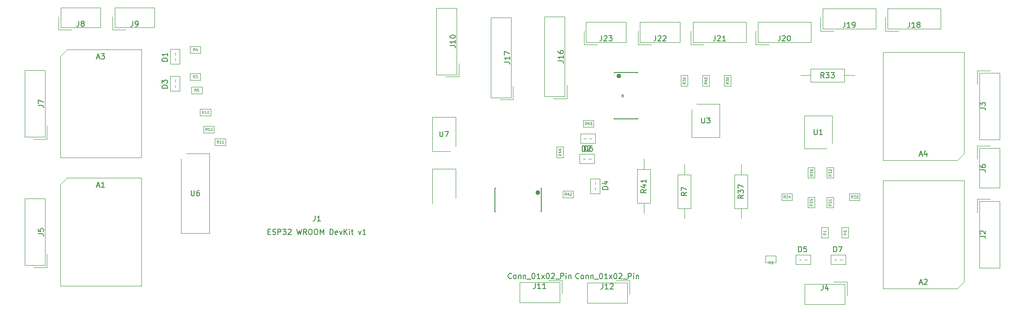
<source format=gbr>
%TF.GenerationSoftware,KiCad,Pcbnew,7.0.10*%
%TF.CreationDate,2024-09-26T22:41:12+03:00*%
%TF.ProjectId,Ver1,56657231-2e6b-4696-9361-645f70636258,rev?*%
%TF.SameCoordinates,Original*%
%TF.FileFunction,AssemblyDrawing,Top*%
%FSLAX46Y46*%
G04 Gerber Fmt 4.6, Leading zero omitted, Abs format (unit mm)*
G04 Created by KiCad (PCBNEW 7.0.10) date 2024-09-26 22:41:12*
%MOMM*%
%LPD*%
G01*
G04 APERTURE LIST*
%ADD10C,0.150000*%
%ADD11C,0.074930*%
%ADD12C,0.080000*%
%ADD13C,0.100000*%
%ADD14C,0.149860*%
%ADD15C,0.381000*%
G04 APERTURE END LIST*
D10*
X112468495Y-48027819D02*
X112468495Y-48837342D01*
X112468495Y-48837342D02*
X112516114Y-48932580D01*
X112516114Y-48932580D02*
X112563733Y-48980200D01*
X112563733Y-48980200D02*
X112658971Y-49027819D01*
X112658971Y-49027819D02*
X112849447Y-49027819D01*
X112849447Y-49027819D02*
X112944685Y-48980200D01*
X112944685Y-48980200D02*
X112992304Y-48932580D01*
X112992304Y-48932580D02*
X113039923Y-48837342D01*
X113039923Y-48837342D02*
X113039923Y-48027819D01*
X113420876Y-48027819D02*
X114087542Y-48027819D01*
X114087542Y-48027819D02*
X113658971Y-49027819D01*
X182844495Y-47646819D02*
X182844495Y-48456342D01*
X182844495Y-48456342D02*
X182892114Y-48551580D01*
X182892114Y-48551580D02*
X182939733Y-48599200D01*
X182939733Y-48599200D02*
X183034971Y-48646819D01*
X183034971Y-48646819D02*
X183225447Y-48646819D01*
X183225447Y-48646819D02*
X183320685Y-48599200D01*
X183320685Y-48599200D02*
X183368304Y-48551580D01*
X183368304Y-48551580D02*
X183415923Y-48456342D01*
X183415923Y-48456342D02*
X183415923Y-47646819D01*
X184415923Y-48646819D02*
X183844495Y-48646819D01*
X184130209Y-48646819D02*
X184130209Y-47646819D01*
X184130209Y-47646819D02*
X184034971Y-47789676D01*
X184034971Y-47789676D02*
X183939733Y-47884914D01*
X183939733Y-47884914D02*
X183844495Y-47932533D01*
D11*
X146659479Y-41559818D02*
X146902109Y-41559818D01*
X146902109Y-41559818D02*
X146930654Y-41545545D01*
X146930654Y-41545545D02*
X146944927Y-41531273D01*
X146944927Y-41531273D02*
X146959199Y-41502728D01*
X146959199Y-41502728D02*
X146959199Y-41445639D01*
X146959199Y-41445639D02*
X146944927Y-41417094D01*
X146944927Y-41417094D02*
X146930654Y-41402821D01*
X146930654Y-41402821D02*
X146902109Y-41388549D01*
X146902109Y-41388549D02*
X146659479Y-41388549D01*
X146659479Y-41103102D02*
X146659479Y-41245826D01*
X146659479Y-41245826D02*
X146802203Y-41260098D01*
X146802203Y-41260098D02*
X146787930Y-41245826D01*
X146787930Y-41245826D02*
X146773658Y-41217281D01*
X146773658Y-41217281D02*
X146773658Y-41145919D01*
X146773658Y-41145919D02*
X146787930Y-41117374D01*
X146787930Y-41117374D02*
X146802203Y-41103102D01*
X146802203Y-41103102D02*
X146830747Y-41088829D01*
X146830747Y-41088829D02*
X146902109Y-41088829D01*
X146902109Y-41088829D02*
X146930654Y-41103102D01*
X146930654Y-41103102D02*
X146944927Y-41117374D01*
X146944927Y-41117374D02*
X146959199Y-41145919D01*
X146959199Y-41145919D02*
X146959199Y-41217281D01*
X146959199Y-41217281D02*
X146944927Y-41245826D01*
X146944927Y-41245826D02*
X146930654Y-41260098D01*
D12*
X177424971Y-60611149D02*
X177258305Y-60373054D01*
X177139257Y-60611149D02*
X177139257Y-60111149D01*
X177139257Y-60111149D02*
X177329733Y-60111149D01*
X177329733Y-60111149D02*
X177377352Y-60134959D01*
X177377352Y-60134959D02*
X177401162Y-60158768D01*
X177401162Y-60158768D02*
X177424971Y-60206387D01*
X177424971Y-60206387D02*
X177424971Y-60277816D01*
X177424971Y-60277816D02*
X177401162Y-60325435D01*
X177401162Y-60325435D02*
X177377352Y-60349244D01*
X177377352Y-60349244D02*
X177329733Y-60373054D01*
X177329733Y-60373054D02*
X177139257Y-60373054D01*
X177591638Y-60111149D02*
X177901162Y-60111149D01*
X177901162Y-60111149D02*
X177734495Y-60301625D01*
X177734495Y-60301625D02*
X177805924Y-60301625D01*
X177805924Y-60301625D02*
X177853543Y-60325435D01*
X177853543Y-60325435D02*
X177877352Y-60349244D01*
X177877352Y-60349244D02*
X177901162Y-60396863D01*
X177901162Y-60396863D02*
X177901162Y-60515911D01*
X177901162Y-60515911D02*
X177877352Y-60563530D01*
X177877352Y-60563530D02*
X177853543Y-60587340D01*
X177853543Y-60587340D02*
X177805924Y-60611149D01*
X177805924Y-60611149D02*
X177663067Y-60611149D01*
X177663067Y-60611149D02*
X177615448Y-60587340D01*
X177615448Y-60587340D02*
X177591638Y-60563530D01*
X178329733Y-60277816D02*
X178329733Y-60611149D01*
X178210685Y-60087340D02*
X178091638Y-60444482D01*
X178091638Y-60444482D02*
X178401161Y-60444482D01*
D10*
X139289305Y-51764319D02*
X139289305Y-50764319D01*
X139289305Y-50764319D02*
X139527400Y-50764319D01*
X139527400Y-50764319D02*
X139670257Y-50811938D01*
X139670257Y-50811938D02*
X139765495Y-50907176D01*
X139765495Y-50907176D02*
X139813114Y-51002414D01*
X139813114Y-51002414D02*
X139860733Y-51192890D01*
X139860733Y-51192890D02*
X139860733Y-51335747D01*
X139860733Y-51335747D02*
X139813114Y-51526223D01*
X139813114Y-51526223D02*
X139765495Y-51621461D01*
X139765495Y-51621461D02*
X139670257Y-51716700D01*
X139670257Y-51716700D02*
X139527400Y-51764319D01*
X139527400Y-51764319D02*
X139289305Y-51764319D01*
X140241686Y-50859557D02*
X140289305Y-50811938D01*
X140289305Y-50811938D02*
X140384543Y-50764319D01*
X140384543Y-50764319D02*
X140622638Y-50764319D01*
X140622638Y-50764319D02*
X140717876Y-50811938D01*
X140717876Y-50811938D02*
X140765495Y-50859557D01*
X140765495Y-50859557D02*
X140813114Y-50954795D01*
X140813114Y-50954795D02*
X140813114Y-51050033D01*
X140813114Y-51050033D02*
X140765495Y-51192890D01*
X140765495Y-51192890D02*
X140194067Y-51764319D01*
X140194067Y-51764319D02*
X140813114Y-51764319D01*
X158897219Y-59534666D02*
X158421028Y-59867999D01*
X158897219Y-60106094D02*
X157897219Y-60106094D01*
X157897219Y-60106094D02*
X157897219Y-59725142D01*
X157897219Y-59725142D02*
X157944838Y-59629904D01*
X157944838Y-59629904D02*
X157992457Y-59582285D01*
X157992457Y-59582285D02*
X158087695Y-59534666D01*
X158087695Y-59534666D02*
X158230552Y-59534666D01*
X158230552Y-59534666D02*
X158325790Y-59582285D01*
X158325790Y-59582285D02*
X158373409Y-59629904D01*
X158373409Y-59629904D02*
X158421028Y-59725142D01*
X158421028Y-59725142D02*
X158421028Y-60106094D01*
X157897219Y-59201332D02*
X157897219Y-58534666D01*
X157897219Y-58534666D02*
X158897219Y-58963237D01*
X65741245Y-59179069D02*
X65741245Y-59988592D01*
X65741245Y-59988592D02*
X65788864Y-60083830D01*
X65788864Y-60083830D02*
X65836483Y-60131450D01*
X65836483Y-60131450D02*
X65931721Y-60179069D01*
X65931721Y-60179069D02*
X66122197Y-60179069D01*
X66122197Y-60179069D02*
X66217435Y-60131450D01*
X66217435Y-60131450D02*
X66265054Y-60083830D01*
X66265054Y-60083830D02*
X66312673Y-59988592D01*
X66312673Y-59988592D02*
X66312673Y-59179069D01*
X67217435Y-59179069D02*
X67026959Y-59179069D01*
X67026959Y-59179069D02*
X66931721Y-59226688D01*
X66931721Y-59226688D02*
X66884102Y-59274307D01*
X66884102Y-59274307D02*
X66788864Y-59417164D01*
X66788864Y-59417164D02*
X66741245Y-59607640D01*
X66741245Y-59607640D02*
X66741245Y-59988592D01*
X66741245Y-59988592D02*
X66788864Y-60083830D01*
X66788864Y-60083830D02*
X66836483Y-60131450D01*
X66836483Y-60131450D02*
X66931721Y-60179069D01*
X66931721Y-60179069D02*
X67122197Y-60179069D01*
X67122197Y-60179069D02*
X67217435Y-60131450D01*
X67217435Y-60131450D02*
X67265054Y-60083830D01*
X67265054Y-60083830D02*
X67312673Y-59988592D01*
X67312673Y-59988592D02*
X67312673Y-59750497D01*
X67312673Y-59750497D02*
X67265054Y-59655259D01*
X67265054Y-59655259D02*
X67217435Y-59607640D01*
X67217435Y-59607640D02*
X67122197Y-59560021D01*
X67122197Y-59560021D02*
X66931721Y-59560021D01*
X66931721Y-59560021D02*
X66836483Y-59607640D01*
X66836483Y-59607640D02*
X66788864Y-59655259D01*
X66788864Y-59655259D02*
X66741245Y-59750497D01*
D12*
X174615066Y-72920149D02*
X174448400Y-72682054D01*
X174329352Y-72920149D02*
X174329352Y-72420149D01*
X174329352Y-72420149D02*
X174519828Y-72420149D01*
X174519828Y-72420149D02*
X174567447Y-72443959D01*
X174567447Y-72443959D02*
X174591257Y-72467768D01*
X174591257Y-72467768D02*
X174615066Y-72515387D01*
X174615066Y-72515387D02*
X174615066Y-72586816D01*
X174615066Y-72586816D02*
X174591257Y-72634435D01*
X174591257Y-72634435D02*
X174567447Y-72658244D01*
X174567447Y-72658244D02*
X174519828Y-72682054D01*
X174519828Y-72682054D02*
X174329352Y-72682054D01*
X174805543Y-72467768D02*
X174829352Y-72443959D01*
X174829352Y-72443959D02*
X174876971Y-72420149D01*
X174876971Y-72420149D02*
X174996019Y-72420149D01*
X174996019Y-72420149D02*
X175043638Y-72443959D01*
X175043638Y-72443959D02*
X175067447Y-72467768D01*
X175067447Y-72467768D02*
X175091257Y-72515387D01*
X175091257Y-72515387D02*
X175091257Y-72563006D01*
X175091257Y-72563006D02*
X175067447Y-72634435D01*
X175067447Y-72634435D02*
X174781733Y-72920149D01*
X174781733Y-72920149D02*
X175091257Y-72920149D01*
D10*
X184723542Y-37978819D02*
X184390209Y-37502628D01*
X184152114Y-37978819D02*
X184152114Y-36978819D01*
X184152114Y-36978819D02*
X184533066Y-36978819D01*
X184533066Y-36978819D02*
X184628304Y-37026438D01*
X184628304Y-37026438D02*
X184675923Y-37074057D01*
X184675923Y-37074057D02*
X184723542Y-37169295D01*
X184723542Y-37169295D02*
X184723542Y-37312152D01*
X184723542Y-37312152D02*
X184675923Y-37407390D01*
X184675923Y-37407390D02*
X184628304Y-37455009D01*
X184628304Y-37455009D02*
X184533066Y-37502628D01*
X184533066Y-37502628D02*
X184152114Y-37502628D01*
X185056876Y-36978819D02*
X185675923Y-36978819D01*
X185675923Y-36978819D02*
X185342590Y-37359771D01*
X185342590Y-37359771D02*
X185485447Y-37359771D01*
X185485447Y-37359771D02*
X185580685Y-37407390D01*
X185580685Y-37407390D02*
X185628304Y-37455009D01*
X185628304Y-37455009D02*
X185675923Y-37550247D01*
X185675923Y-37550247D02*
X185675923Y-37788342D01*
X185675923Y-37788342D02*
X185628304Y-37883580D01*
X185628304Y-37883580D02*
X185580685Y-37931200D01*
X185580685Y-37931200D02*
X185485447Y-37978819D01*
X185485447Y-37978819D02*
X185199733Y-37978819D01*
X185199733Y-37978819D02*
X185104495Y-37931200D01*
X185104495Y-37931200D02*
X185056876Y-37883580D01*
X186009257Y-36978819D02*
X186628304Y-36978819D01*
X186628304Y-36978819D02*
X186294971Y-37359771D01*
X186294971Y-37359771D02*
X186437828Y-37359771D01*
X186437828Y-37359771D02*
X186533066Y-37407390D01*
X186533066Y-37407390D02*
X186580685Y-37455009D01*
X186580685Y-37455009D02*
X186628304Y-37550247D01*
X186628304Y-37550247D02*
X186628304Y-37788342D01*
X186628304Y-37788342D02*
X186580685Y-37883580D01*
X186580685Y-37883580D02*
X186533066Y-37931200D01*
X186533066Y-37931200D02*
X186437828Y-37978819D01*
X186437828Y-37978819D02*
X186152114Y-37978819D01*
X186152114Y-37978819D02*
X186056876Y-37931200D01*
X186056876Y-37931200D02*
X186009257Y-37883580D01*
X176428876Y-30050819D02*
X176428876Y-30765104D01*
X176428876Y-30765104D02*
X176381257Y-30907961D01*
X176381257Y-30907961D02*
X176286019Y-31003200D01*
X176286019Y-31003200D02*
X176143162Y-31050819D01*
X176143162Y-31050819D02*
X176047924Y-31050819D01*
X176857448Y-30146057D02*
X176905067Y-30098438D01*
X176905067Y-30098438D02*
X177000305Y-30050819D01*
X177000305Y-30050819D02*
X177238400Y-30050819D01*
X177238400Y-30050819D02*
X177333638Y-30098438D01*
X177333638Y-30098438D02*
X177381257Y-30146057D01*
X177381257Y-30146057D02*
X177428876Y-30241295D01*
X177428876Y-30241295D02*
X177428876Y-30336533D01*
X177428876Y-30336533D02*
X177381257Y-30479390D01*
X177381257Y-30479390D02*
X176809829Y-31050819D01*
X176809829Y-31050819D02*
X177428876Y-31050819D01*
X178047924Y-30050819D02*
X178143162Y-30050819D01*
X178143162Y-30050819D02*
X178238400Y-30098438D01*
X178238400Y-30098438D02*
X178286019Y-30146057D01*
X178286019Y-30146057D02*
X178333638Y-30241295D01*
X178333638Y-30241295D02*
X178381257Y-30431771D01*
X178381257Y-30431771D02*
X178381257Y-30669866D01*
X178381257Y-30669866D02*
X178333638Y-30860342D01*
X178333638Y-30860342D02*
X178286019Y-30955580D01*
X178286019Y-30955580D02*
X178238400Y-31003200D01*
X178238400Y-31003200D02*
X178143162Y-31050819D01*
X178143162Y-31050819D02*
X178047924Y-31050819D01*
X178047924Y-31050819D02*
X177952686Y-31003200D01*
X177952686Y-31003200D02*
X177905067Y-30955580D01*
X177905067Y-30955580D02*
X177857448Y-30860342D01*
X177857448Y-30860342D02*
X177809829Y-30669866D01*
X177809829Y-30669866D02*
X177809829Y-30431771D01*
X177809829Y-30431771D02*
X177857448Y-30241295D01*
X177857448Y-30241295D02*
X177905067Y-30146057D01*
X177905067Y-30146057D02*
X177952686Y-30098438D01*
X177952686Y-30098438D02*
X178047924Y-30050819D01*
D12*
X68086721Y-44711399D02*
X67920055Y-44473304D01*
X67801007Y-44711399D02*
X67801007Y-44211399D01*
X67801007Y-44211399D02*
X67991483Y-44211399D01*
X67991483Y-44211399D02*
X68039102Y-44235209D01*
X68039102Y-44235209D02*
X68062912Y-44259018D01*
X68062912Y-44259018D02*
X68086721Y-44306637D01*
X68086721Y-44306637D02*
X68086721Y-44378066D01*
X68086721Y-44378066D02*
X68062912Y-44425685D01*
X68062912Y-44425685D02*
X68039102Y-44449494D01*
X68039102Y-44449494D02*
X67991483Y-44473304D01*
X67991483Y-44473304D02*
X67801007Y-44473304D01*
X68562912Y-44711399D02*
X68277198Y-44711399D01*
X68420055Y-44711399D02*
X68420055Y-44211399D01*
X68420055Y-44211399D02*
X68372436Y-44282828D01*
X68372436Y-44282828D02*
X68324817Y-44330447D01*
X68324817Y-44330447D02*
X68277198Y-44354256D01*
X68872435Y-44211399D02*
X68920054Y-44211399D01*
X68920054Y-44211399D02*
X68967673Y-44235209D01*
X68967673Y-44235209D02*
X68991483Y-44259018D01*
X68991483Y-44259018D02*
X69015292Y-44306637D01*
X69015292Y-44306637D02*
X69039102Y-44401875D01*
X69039102Y-44401875D02*
X69039102Y-44520923D01*
X69039102Y-44520923D02*
X69015292Y-44616161D01*
X69015292Y-44616161D02*
X68991483Y-44663780D01*
X68991483Y-44663780D02*
X68967673Y-44687590D01*
X68967673Y-44687590D02*
X68920054Y-44711399D01*
X68920054Y-44711399D02*
X68872435Y-44711399D01*
X68872435Y-44711399D02*
X68824816Y-44687590D01*
X68824816Y-44687590D02*
X68801007Y-44663780D01*
X68801007Y-44663780D02*
X68777197Y-44616161D01*
X68777197Y-44616161D02*
X68753388Y-44520923D01*
X68753388Y-44520923D02*
X68753388Y-44401875D01*
X68753388Y-44401875D02*
X68777197Y-44306637D01*
X68777197Y-44306637D02*
X68801007Y-44259018D01*
X68801007Y-44259018D02*
X68824816Y-44235209D01*
X68824816Y-44235209D02*
X68872435Y-44211399D01*
X66411066Y-32925149D02*
X66244400Y-32687054D01*
X66125352Y-32925149D02*
X66125352Y-32425149D01*
X66125352Y-32425149D02*
X66315828Y-32425149D01*
X66315828Y-32425149D02*
X66363447Y-32448959D01*
X66363447Y-32448959D02*
X66387257Y-32472768D01*
X66387257Y-32472768D02*
X66411066Y-32520387D01*
X66411066Y-32520387D02*
X66411066Y-32591816D01*
X66411066Y-32591816D02*
X66387257Y-32639435D01*
X66387257Y-32639435D02*
X66363447Y-32663244D01*
X66363447Y-32663244D02*
X66315828Y-32687054D01*
X66315828Y-32687054D02*
X66125352Y-32687054D01*
X66839638Y-32591816D02*
X66839638Y-32925149D01*
X66720590Y-32401340D02*
X66601543Y-32758482D01*
X66601543Y-32758482D02*
X66911066Y-32758482D01*
D10*
X214055219Y-55269333D02*
X214769504Y-55269333D01*
X214769504Y-55269333D02*
X214912361Y-55316952D01*
X214912361Y-55316952D02*
X215007600Y-55412190D01*
X215007600Y-55412190D02*
X215055219Y-55555047D01*
X215055219Y-55555047D02*
X215055219Y-55650285D01*
X214055219Y-54364571D02*
X214055219Y-54555047D01*
X214055219Y-54555047D02*
X214102838Y-54650285D01*
X214102838Y-54650285D02*
X214150457Y-54697904D01*
X214150457Y-54697904D02*
X214293314Y-54793142D01*
X214293314Y-54793142D02*
X214483790Y-54840761D01*
X214483790Y-54840761D02*
X214864742Y-54840761D01*
X214864742Y-54840761D02*
X214959980Y-54793142D01*
X214959980Y-54793142D02*
X215007600Y-54745523D01*
X215007600Y-54745523D02*
X215055219Y-54650285D01*
X215055219Y-54650285D02*
X215055219Y-54459809D01*
X215055219Y-54459809D02*
X215007600Y-54364571D01*
X215007600Y-54364571D02*
X214959980Y-54316952D01*
X214959980Y-54316952D02*
X214864742Y-54269333D01*
X214864742Y-54269333D02*
X214626647Y-54269333D01*
X214626647Y-54269333D02*
X214531409Y-54316952D01*
X214531409Y-54316952D02*
X214483790Y-54364571D01*
X214483790Y-54364571D02*
X214436171Y-54459809D01*
X214436171Y-54459809D02*
X214436171Y-54650285D01*
X214436171Y-54650285D02*
X214483790Y-54745523D01*
X214483790Y-54745523D02*
X214531409Y-54793142D01*
X214531409Y-54793142D02*
X214626647Y-54840761D01*
X134713219Y-34777523D02*
X135427504Y-34777523D01*
X135427504Y-34777523D02*
X135570361Y-34825142D01*
X135570361Y-34825142D02*
X135665600Y-34920380D01*
X135665600Y-34920380D02*
X135713219Y-35063237D01*
X135713219Y-35063237D02*
X135713219Y-35158475D01*
X135713219Y-33777523D02*
X135713219Y-34348951D01*
X135713219Y-34063237D02*
X134713219Y-34063237D01*
X134713219Y-34063237D02*
X134856076Y-34158475D01*
X134856076Y-34158475D02*
X134951314Y-34253713D01*
X134951314Y-34253713D02*
X134998933Y-34348951D01*
X134713219Y-32920380D02*
X134713219Y-33110856D01*
X134713219Y-33110856D02*
X134760838Y-33206094D01*
X134760838Y-33206094D02*
X134808457Y-33253713D01*
X134808457Y-33253713D02*
X134951314Y-33348951D01*
X134951314Y-33348951D02*
X135141790Y-33396570D01*
X135141790Y-33396570D02*
X135522742Y-33396570D01*
X135522742Y-33396570D02*
X135617980Y-33348951D01*
X135617980Y-33348951D02*
X135665600Y-33301332D01*
X135665600Y-33301332D02*
X135713219Y-33206094D01*
X135713219Y-33206094D02*
X135713219Y-33015618D01*
X135713219Y-33015618D02*
X135665600Y-32920380D01*
X135665600Y-32920380D02*
X135617980Y-32872761D01*
X135617980Y-32872761D02*
X135522742Y-32825142D01*
X135522742Y-32825142D02*
X135284647Y-32825142D01*
X135284647Y-32825142D02*
X135189409Y-32872761D01*
X135189409Y-32872761D02*
X135141790Y-32920380D01*
X135141790Y-32920380D02*
X135094171Y-33015618D01*
X135094171Y-33015618D02*
X135094171Y-33206094D01*
X135094171Y-33206094D02*
X135141790Y-33301332D01*
X135141790Y-33301332D02*
X135189409Y-33348951D01*
X135189409Y-33348951D02*
X135284647Y-33396570D01*
D12*
X185085549Y-67166333D02*
X184847454Y-67332999D01*
X185085549Y-67452047D02*
X184585549Y-67452047D01*
X184585549Y-67452047D02*
X184585549Y-67261571D01*
X184585549Y-67261571D02*
X184609359Y-67213952D01*
X184609359Y-67213952D02*
X184633168Y-67190142D01*
X184633168Y-67190142D02*
X184680787Y-67166333D01*
X184680787Y-67166333D02*
X184752216Y-67166333D01*
X184752216Y-67166333D02*
X184799835Y-67190142D01*
X184799835Y-67190142D02*
X184823644Y-67213952D01*
X184823644Y-67213952D02*
X184847454Y-67261571D01*
X184847454Y-67261571D02*
X184847454Y-67452047D01*
X185085549Y-66690142D02*
X185085549Y-66975856D01*
X185085549Y-66832999D02*
X184585549Y-66832999D01*
X184585549Y-66832999D02*
X184656978Y-66880618D01*
X184656978Y-66880618D02*
X184704597Y-66928237D01*
X184704597Y-66928237D02*
X184728406Y-66975856D01*
X66411066Y-38005149D02*
X66244400Y-37767054D01*
X66125352Y-38005149D02*
X66125352Y-37505149D01*
X66125352Y-37505149D02*
X66315828Y-37505149D01*
X66315828Y-37505149D02*
X66363447Y-37528959D01*
X66363447Y-37528959D02*
X66387257Y-37552768D01*
X66387257Y-37552768D02*
X66411066Y-37600387D01*
X66411066Y-37600387D02*
X66411066Y-37671816D01*
X66411066Y-37671816D02*
X66387257Y-37719435D01*
X66387257Y-37719435D02*
X66363447Y-37743244D01*
X66363447Y-37743244D02*
X66315828Y-37767054D01*
X66315828Y-37767054D02*
X66125352Y-37767054D01*
X66577733Y-37505149D02*
X66887257Y-37505149D01*
X66887257Y-37505149D02*
X66720590Y-37695625D01*
X66720590Y-37695625D02*
X66792019Y-37695625D01*
X66792019Y-37695625D02*
X66839638Y-37719435D01*
X66839638Y-37719435D02*
X66863447Y-37743244D01*
X66863447Y-37743244D02*
X66887257Y-37790863D01*
X66887257Y-37790863D02*
X66887257Y-37909911D01*
X66887257Y-37909911D02*
X66863447Y-37957530D01*
X66863447Y-37957530D02*
X66839638Y-37981340D01*
X66839638Y-37981340D02*
X66792019Y-38005149D01*
X66792019Y-38005149D02*
X66649162Y-38005149D01*
X66649162Y-38005149D02*
X66601543Y-37981340D01*
X66601543Y-37981340D02*
X66577733Y-37957530D01*
X186101549Y-56133428D02*
X185863454Y-56300094D01*
X186101549Y-56419142D02*
X185601549Y-56419142D01*
X185601549Y-56419142D02*
X185601549Y-56228666D01*
X185601549Y-56228666D02*
X185625359Y-56181047D01*
X185625359Y-56181047D02*
X185649168Y-56157237D01*
X185649168Y-56157237D02*
X185696787Y-56133428D01*
X185696787Y-56133428D02*
X185768216Y-56133428D01*
X185768216Y-56133428D02*
X185815835Y-56157237D01*
X185815835Y-56157237D02*
X185839644Y-56181047D01*
X185839644Y-56181047D02*
X185863454Y-56228666D01*
X185863454Y-56228666D02*
X185863454Y-56419142D01*
X185601549Y-55966761D02*
X185601549Y-55657237D01*
X185601549Y-55657237D02*
X185792025Y-55823904D01*
X185792025Y-55823904D02*
X185792025Y-55752475D01*
X185792025Y-55752475D02*
X185815835Y-55704856D01*
X185815835Y-55704856D02*
X185839644Y-55681047D01*
X185839644Y-55681047D02*
X185887263Y-55657237D01*
X185887263Y-55657237D02*
X186006311Y-55657237D01*
X186006311Y-55657237D02*
X186053930Y-55681047D01*
X186053930Y-55681047D02*
X186077740Y-55704856D01*
X186077740Y-55704856D02*
X186101549Y-55752475D01*
X186101549Y-55752475D02*
X186101549Y-55895332D01*
X186101549Y-55895332D02*
X186077740Y-55942951D01*
X186077740Y-55942951D02*
X186053930Y-55966761D01*
X185649168Y-55466761D02*
X185625359Y-55442952D01*
X185625359Y-55442952D02*
X185601549Y-55395333D01*
X185601549Y-55395333D02*
X185601549Y-55276285D01*
X185601549Y-55276285D02*
X185625359Y-55228666D01*
X185625359Y-55228666D02*
X185649168Y-55204857D01*
X185649168Y-55204857D02*
X185696787Y-55181047D01*
X185696787Y-55181047D02*
X185744406Y-55181047D01*
X185744406Y-55181047D02*
X185815835Y-55204857D01*
X185815835Y-55204857D02*
X186101549Y-55490571D01*
X186101549Y-55490571D02*
X186101549Y-55181047D01*
D10*
X48000114Y-34137104D02*
X48476304Y-34137104D01*
X47904876Y-34422819D02*
X48238209Y-33422819D01*
X48238209Y-33422819D02*
X48571542Y-34422819D01*
X48809638Y-33422819D02*
X49428685Y-33422819D01*
X49428685Y-33422819D02*
X49095352Y-33803771D01*
X49095352Y-33803771D02*
X49238209Y-33803771D01*
X49238209Y-33803771D02*
X49333447Y-33851390D01*
X49333447Y-33851390D02*
X49381066Y-33899009D01*
X49381066Y-33899009D02*
X49428685Y-33994247D01*
X49428685Y-33994247D02*
X49428685Y-34232342D01*
X49428685Y-34232342D02*
X49381066Y-34327580D01*
X49381066Y-34327580D02*
X49333447Y-34375200D01*
X49333447Y-34375200D02*
X49238209Y-34422819D01*
X49238209Y-34422819D02*
X48952495Y-34422819D01*
X48952495Y-34422819D02*
X48857257Y-34375200D01*
X48857257Y-34375200D02*
X48809638Y-34327580D01*
X139673305Y-51764319D02*
X139673305Y-50764319D01*
X139673305Y-50764319D02*
X139911400Y-50764319D01*
X139911400Y-50764319D02*
X140054257Y-50811938D01*
X140054257Y-50811938D02*
X140149495Y-50907176D01*
X140149495Y-50907176D02*
X140197114Y-51002414D01*
X140197114Y-51002414D02*
X140244733Y-51192890D01*
X140244733Y-51192890D02*
X140244733Y-51335747D01*
X140244733Y-51335747D02*
X140197114Y-51526223D01*
X140197114Y-51526223D02*
X140149495Y-51621461D01*
X140149495Y-51621461D02*
X140054257Y-51716700D01*
X140054257Y-51716700D02*
X139911400Y-51764319D01*
X139911400Y-51764319D02*
X139673305Y-51764319D01*
X141101876Y-50764319D02*
X140911400Y-50764319D01*
X140911400Y-50764319D02*
X140816162Y-50811938D01*
X140816162Y-50811938D02*
X140768543Y-50859557D01*
X140768543Y-50859557D02*
X140673305Y-51002414D01*
X140673305Y-51002414D02*
X140625686Y-51192890D01*
X140625686Y-51192890D02*
X140625686Y-51573842D01*
X140625686Y-51573842D02*
X140673305Y-51669080D01*
X140673305Y-51669080D02*
X140720924Y-51716700D01*
X140720924Y-51716700D02*
X140816162Y-51764319D01*
X140816162Y-51764319D02*
X141006638Y-51764319D01*
X141006638Y-51764319D02*
X141101876Y-51716700D01*
X141101876Y-51716700D02*
X141149495Y-51669080D01*
X141149495Y-51669080D02*
X141197114Y-51573842D01*
X141197114Y-51573842D02*
X141197114Y-51335747D01*
X141197114Y-51335747D02*
X141149495Y-51240509D01*
X141149495Y-51240509D02*
X141101876Y-51192890D01*
X141101876Y-51192890D02*
X141006638Y-51145271D01*
X141006638Y-51145271D02*
X140816162Y-51145271D01*
X140816162Y-51145271D02*
X140720924Y-51192890D01*
X140720924Y-51192890D02*
X140673305Y-51240509D01*
X140673305Y-51240509D02*
X140625686Y-51335747D01*
X179923305Y-70712819D02*
X179923305Y-69712819D01*
X179923305Y-69712819D02*
X180161400Y-69712819D01*
X180161400Y-69712819D02*
X180304257Y-69760438D01*
X180304257Y-69760438D02*
X180399495Y-69855676D01*
X180399495Y-69855676D02*
X180447114Y-69950914D01*
X180447114Y-69950914D02*
X180494733Y-70141390D01*
X180494733Y-70141390D02*
X180494733Y-70284247D01*
X180494733Y-70284247D02*
X180447114Y-70474723D01*
X180447114Y-70474723D02*
X180399495Y-70569961D01*
X180399495Y-70569961D02*
X180304257Y-70665200D01*
X180304257Y-70665200D02*
X180161400Y-70712819D01*
X180161400Y-70712819D02*
X179923305Y-70712819D01*
X181399495Y-69712819D02*
X180923305Y-69712819D01*
X180923305Y-69712819D02*
X180875686Y-70189009D01*
X180875686Y-70189009D02*
X180923305Y-70141390D01*
X180923305Y-70141390D02*
X181018543Y-70093771D01*
X181018543Y-70093771D02*
X181256638Y-70093771D01*
X181256638Y-70093771D02*
X181351876Y-70141390D01*
X181351876Y-70141390D02*
X181399495Y-70189009D01*
X181399495Y-70189009D02*
X181447114Y-70284247D01*
X181447114Y-70284247D02*
X181447114Y-70522342D01*
X181447114Y-70522342D02*
X181399495Y-70617580D01*
X181399495Y-70617580D02*
X181351876Y-70665200D01*
X181351876Y-70665200D02*
X181256638Y-70712819D01*
X181256638Y-70712819D02*
X181018543Y-70712819D01*
X181018543Y-70712819D02*
X180923305Y-70665200D01*
X180923305Y-70665200D02*
X180875686Y-70617580D01*
X142900876Y-30050819D02*
X142900876Y-30765104D01*
X142900876Y-30765104D02*
X142853257Y-30907961D01*
X142853257Y-30907961D02*
X142758019Y-31003200D01*
X142758019Y-31003200D02*
X142615162Y-31050819D01*
X142615162Y-31050819D02*
X142519924Y-31050819D01*
X143329448Y-30146057D02*
X143377067Y-30098438D01*
X143377067Y-30098438D02*
X143472305Y-30050819D01*
X143472305Y-30050819D02*
X143710400Y-30050819D01*
X143710400Y-30050819D02*
X143805638Y-30098438D01*
X143805638Y-30098438D02*
X143853257Y-30146057D01*
X143853257Y-30146057D02*
X143900876Y-30241295D01*
X143900876Y-30241295D02*
X143900876Y-30336533D01*
X143900876Y-30336533D02*
X143853257Y-30479390D01*
X143853257Y-30479390D02*
X143281829Y-31050819D01*
X143281829Y-31050819D02*
X143900876Y-31050819D01*
X144234210Y-30050819D02*
X144853257Y-30050819D01*
X144853257Y-30050819D02*
X144519924Y-30431771D01*
X144519924Y-30431771D02*
X144662781Y-30431771D01*
X144662781Y-30431771D02*
X144758019Y-30479390D01*
X144758019Y-30479390D02*
X144805638Y-30527009D01*
X144805638Y-30527009D02*
X144853257Y-30622247D01*
X144853257Y-30622247D02*
X144853257Y-30860342D01*
X144853257Y-30860342D02*
X144805638Y-30955580D01*
X144805638Y-30955580D02*
X144758019Y-31003200D01*
X144758019Y-31003200D02*
X144662781Y-31050819D01*
X144662781Y-31050819D02*
X144377067Y-31050819D01*
X144377067Y-31050819D02*
X144281829Y-31003200D01*
X144281829Y-31003200D02*
X144234210Y-30955580D01*
X61234219Y-34833094D02*
X60234219Y-34833094D01*
X60234219Y-34833094D02*
X60234219Y-34594999D01*
X60234219Y-34594999D02*
X60281838Y-34452142D01*
X60281838Y-34452142D02*
X60377076Y-34356904D01*
X60377076Y-34356904D02*
X60472314Y-34309285D01*
X60472314Y-34309285D02*
X60662790Y-34261666D01*
X60662790Y-34261666D02*
X60805647Y-34261666D01*
X60805647Y-34261666D02*
X60996123Y-34309285D01*
X60996123Y-34309285D02*
X61091361Y-34356904D01*
X61091361Y-34356904D02*
X61186600Y-34452142D01*
X61186600Y-34452142D02*
X61234219Y-34594999D01*
X61234219Y-34594999D02*
X61234219Y-34833094D01*
X61234219Y-33309285D02*
X61234219Y-33880713D01*
X61234219Y-33594999D02*
X60234219Y-33594999D01*
X60234219Y-33594999D02*
X60377076Y-33690237D01*
X60377076Y-33690237D02*
X60472314Y-33785475D01*
X60472314Y-33785475D02*
X60519933Y-33880713D01*
X125934875Y-75631580D02*
X125887256Y-75679200D01*
X125887256Y-75679200D02*
X125744399Y-75726819D01*
X125744399Y-75726819D02*
X125649161Y-75726819D01*
X125649161Y-75726819D02*
X125506304Y-75679200D01*
X125506304Y-75679200D02*
X125411066Y-75583961D01*
X125411066Y-75583961D02*
X125363447Y-75488723D01*
X125363447Y-75488723D02*
X125315828Y-75298247D01*
X125315828Y-75298247D02*
X125315828Y-75155390D01*
X125315828Y-75155390D02*
X125363447Y-74964914D01*
X125363447Y-74964914D02*
X125411066Y-74869676D01*
X125411066Y-74869676D02*
X125506304Y-74774438D01*
X125506304Y-74774438D02*
X125649161Y-74726819D01*
X125649161Y-74726819D02*
X125744399Y-74726819D01*
X125744399Y-74726819D02*
X125887256Y-74774438D01*
X125887256Y-74774438D02*
X125934875Y-74822057D01*
X126506304Y-75726819D02*
X126411066Y-75679200D01*
X126411066Y-75679200D02*
X126363447Y-75631580D01*
X126363447Y-75631580D02*
X126315828Y-75536342D01*
X126315828Y-75536342D02*
X126315828Y-75250628D01*
X126315828Y-75250628D02*
X126363447Y-75155390D01*
X126363447Y-75155390D02*
X126411066Y-75107771D01*
X126411066Y-75107771D02*
X126506304Y-75060152D01*
X126506304Y-75060152D02*
X126649161Y-75060152D01*
X126649161Y-75060152D02*
X126744399Y-75107771D01*
X126744399Y-75107771D02*
X126792018Y-75155390D01*
X126792018Y-75155390D02*
X126839637Y-75250628D01*
X126839637Y-75250628D02*
X126839637Y-75536342D01*
X126839637Y-75536342D02*
X126792018Y-75631580D01*
X126792018Y-75631580D02*
X126744399Y-75679200D01*
X126744399Y-75679200D02*
X126649161Y-75726819D01*
X126649161Y-75726819D02*
X126506304Y-75726819D01*
X127268209Y-75060152D02*
X127268209Y-75726819D01*
X127268209Y-75155390D02*
X127315828Y-75107771D01*
X127315828Y-75107771D02*
X127411066Y-75060152D01*
X127411066Y-75060152D02*
X127553923Y-75060152D01*
X127553923Y-75060152D02*
X127649161Y-75107771D01*
X127649161Y-75107771D02*
X127696780Y-75203009D01*
X127696780Y-75203009D02*
X127696780Y-75726819D01*
X128172971Y-75060152D02*
X128172971Y-75726819D01*
X128172971Y-75155390D02*
X128220590Y-75107771D01*
X128220590Y-75107771D02*
X128315828Y-75060152D01*
X128315828Y-75060152D02*
X128458685Y-75060152D01*
X128458685Y-75060152D02*
X128553923Y-75107771D01*
X128553923Y-75107771D02*
X128601542Y-75203009D01*
X128601542Y-75203009D02*
X128601542Y-75726819D01*
X128839638Y-75822057D02*
X129601542Y-75822057D01*
X130030114Y-74726819D02*
X130125352Y-74726819D01*
X130125352Y-74726819D02*
X130220590Y-74774438D01*
X130220590Y-74774438D02*
X130268209Y-74822057D01*
X130268209Y-74822057D02*
X130315828Y-74917295D01*
X130315828Y-74917295D02*
X130363447Y-75107771D01*
X130363447Y-75107771D02*
X130363447Y-75345866D01*
X130363447Y-75345866D02*
X130315828Y-75536342D01*
X130315828Y-75536342D02*
X130268209Y-75631580D01*
X130268209Y-75631580D02*
X130220590Y-75679200D01*
X130220590Y-75679200D02*
X130125352Y-75726819D01*
X130125352Y-75726819D02*
X130030114Y-75726819D01*
X130030114Y-75726819D02*
X129934876Y-75679200D01*
X129934876Y-75679200D02*
X129887257Y-75631580D01*
X129887257Y-75631580D02*
X129839638Y-75536342D01*
X129839638Y-75536342D02*
X129792019Y-75345866D01*
X129792019Y-75345866D02*
X129792019Y-75107771D01*
X129792019Y-75107771D02*
X129839638Y-74917295D01*
X129839638Y-74917295D02*
X129887257Y-74822057D01*
X129887257Y-74822057D02*
X129934876Y-74774438D01*
X129934876Y-74774438D02*
X130030114Y-74726819D01*
X131315828Y-75726819D02*
X130744400Y-75726819D01*
X131030114Y-75726819D02*
X131030114Y-74726819D01*
X131030114Y-74726819D02*
X130934876Y-74869676D01*
X130934876Y-74869676D02*
X130839638Y-74964914D01*
X130839638Y-74964914D02*
X130744400Y-75012533D01*
X131649162Y-75726819D02*
X132172971Y-75060152D01*
X131649162Y-75060152D02*
X132172971Y-75726819D01*
X132744400Y-74726819D02*
X132839638Y-74726819D01*
X132839638Y-74726819D02*
X132934876Y-74774438D01*
X132934876Y-74774438D02*
X132982495Y-74822057D01*
X132982495Y-74822057D02*
X133030114Y-74917295D01*
X133030114Y-74917295D02*
X133077733Y-75107771D01*
X133077733Y-75107771D02*
X133077733Y-75345866D01*
X133077733Y-75345866D02*
X133030114Y-75536342D01*
X133030114Y-75536342D02*
X132982495Y-75631580D01*
X132982495Y-75631580D02*
X132934876Y-75679200D01*
X132934876Y-75679200D02*
X132839638Y-75726819D01*
X132839638Y-75726819D02*
X132744400Y-75726819D01*
X132744400Y-75726819D02*
X132649162Y-75679200D01*
X132649162Y-75679200D02*
X132601543Y-75631580D01*
X132601543Y-75631580D02*
X132553924Y-75536342D01*
X132553924Y-75536342D02*
X132506305Y-75345866D01*
X132506305Y-75345866D02*
X132506305Y-75107771D01*
X132506305Y-75107771D02*
X132553924Y-74917295D01*
X132553924Y-74917295D02*
X132601543Y-74822057D01*
X132601543Y-74822057D02*
X132649162Y-74774438D01*
X132649162Y-74774438D02*
X132744400Y-74726819D01*
X133458686Y-74822057D02*
X133506305Y-74774438D01*
X133506305Y-74774438D02*
X133601543Y-74726819D01*
X133601543Y-74726819D02*
X133839638Y-74726819D01*
X133839638Y-74726819D02*
X133934876Y-74774438D01*
X133934876Y-74774438D02*
X133982495Y-74822057D01*
X133982495Y-74822057D02*
X134030114Y-74917295D01*
X134030114Y-74917295D02*
X134030114Y-75012533D01*
X134030114Y-75012533D02*
X133982495Y-75155390D01*
X133982495Y-75155390D02*
X133411067Y-75726819D01*
X133411067Y-75726819D02*
X134030114Y-75726819D01*
X134220591Y-75822057D02*
X134982495Y-75822057D01*
X135220591Y-75726819D02*
X135220591Y-74726819D01*
X135220591Y-74726819D02*
X135601543Y-74726819D01*
X135601543Y-74726819D02*
X135696781Y-74774438D01*
X135696781Y-74774438D02*
X135744400Y-74822057D01*
X135744400Y-74822057D02*
X135792019Y-74917295D01*
X135792019Y-74917295D02*
X135792019Y-75060152D01*
X135792019Y-75060152D02*
X135744400Y-75155390D01*
X135744400Y-75155390D02*
X135696781Y-75203009D01*
X135696781Y-75203009D02*
X135601543Y-75250628D01*
X135601543Y-75250628D02*
X135220591Y-75250628D01*
X136220591Y-75726819D02*
X136220591Y-75060152D01*
X136220591Y-74726819D02*
X136172972Y-74774438D01*
X136172972Y-74774438D02*
X136220591Y-74822057D01*
X136220591Y-74822057D02*
X136268210Y-74774438D01*
X136268210Y-74774438D02*
X136220591Y-74726819D01*
X136220591Y-74726819D02*
X136220591Y-74822057D01*
X136696781Y-75060152D02*
X136696781Y-75726819D01*
X136696781Y-75155390D02*
X136744400Y-75107771D01*
X136744400Y-75107771D02*
X136839638Y-75060152D01*
X136839638Y-75060152D02*
X136982495Y-75060152D01*
X136982495Y-75060152D02*
X137077733Y-75107771D01*
X137077733Y-75107771D02*
X137125352Y-75203009D01*
X137125352Y-75203009D02*
X137125352Y-75726819D01*
X130434876Y-76626819D02*
X130434876Y-77341104D01*
X130434876Y-77341104D02*
X130387257Y-77483961D01*
X130387257Y-77483961D02*
X130292019Y-77579200D01*
X130292019Y-77579200D02*
X130149162Y-77626819D01*
X130149162Y-77626819D02*
X130053924Y-77626819D01*
X131434876Y-77626819D02*
X130863448Y-77626819D01*
X131149162Y-77626819D02*
X131149162Y-76626819D01*
X131149162Y-76626819D02*
X131053924Y-76769676D01*
X131053924Y-76769676D02*
X130958686Y-76864914D01*
X130958686Y-76864914D02*
X130863448Y-76912533D01*
X132387257Y-77626819D02*
X131815829Y-77626819D01*
X132101543Y-77626819D02*
X132101543Y-76626819D01*
X132101543Y-76626819D02*
X132006305Y-76769676D01*
X132006305Y-76769676D02*
X131911067Y-76864914D01*
X131911067Y-76864914D02*
X131815829Y-76912533D01*
X188620876Y-27510819D02*
X188620876Y-28225104D01*
X188620876Y-28225104D02*
X188573257Y-28367961D01*
X188573257Y-28367961D02*
X188478019Y-28463200D01*
X188478019Y-28463200D02*
X188335162Y-28510819D01*
X188335162Y-28510819D02*
X188239924Y-28510819D01*
X189620876Y-28510819D02*
X189049448Y-28510819D01*
X189335162Y-28510819D02*
X189335162Y-27510819D01*
X189335162Y-27510819D02*
X189239924Y-27653676D01*
X189239924Y-27653676D02*
X189144686Y-27748914D01*
X189144686Y-27748914D02*
X189049448Y-27796533D01*
X190097067Y-28510819D02*
X190287543Y-28510819D01*
X190287543Y-28510819D02*
X190382781Y-28463200D01*
X190382781Y-28463200D02*
X190430400Y-28415580D01*
X190430400Y-28415580D02*
X190525638Y-28272723D01*
X190525638Y-28272723D02*
X190573257Y-28082247D01*
X190573257Y-28082247D02*
X190573257Y-27701295D01*
X190573257Y-27701295D02*
X190525638Y-27606057D01*
X190525638Y-27606057D02*
X190478019Y-27558438D01*
X190478019Y-27558438D02*
X190382781Y-27510819D01*
X190382781Y-27510819D02*
X190192305Y-27510819D01*
X190192305Y-27510819D02*
X190097067Y-27558438D01*
X190097067Y-27558438D02*
X190049448Y-27606057D01*
X190049448Y-27606057D02*
X190001829Y-27701295D01*
X190001829Y-27701295D02*
X190001829Y-27939390D01*
X190001829Y-27939390D02*
X190049448Y-28034628D01*
X190049448Y-28034628D02*
X190097067Y-28082247D01*
X190097067Y-28082247D02*
X190192305Y-28129866D01*
X190192305Y-28129866D02*
X190382781Y-28129866D01*
X190382781Y-28129866D02*
X190478019Y-28082247D01*
X190478019Y-28082247D02*
X190525638Y-28034628D01*
X190525638Y-28034628D02*
X190573257Y-27939390D01*
X214055219Y-43639333D02*
X214769504Y-43639333D01*
X214769504Y-43639333D02*
X214912361Y-43686952D01*
X214912361Y-43686952D02*
X215007600Y-43782190D01*
X215007600Y-43782190D02*
X215055219Y-43925047D01*
X215055219Y-43925047D02*
X215055219Y-44020285D01*
X214055219Y-43258380D02*
X214055219Y-42639333D01*
X214055219Y-42639333D02*
X214436171Y-42972666D01*
X214436171Y-42972666D02*
X214436171Y-42829809D01*
X214436171Y-42829809D02*
X214483790Y-42734571D01*
X214483790Y-42734571D02*
X214531409Y-42686952D01*
X214531409Y-42686952D02*
X214626647Y-42639333D01*
X214626647Y-42639333D02*
X214864742Y-42639333D01*
X214864742Y-42639333D02*
X214959980Y-42686952D01*
X214959980Y-42686952D02*
X215007600Y-42734571D01*
X215007600Y-42734571D02*
X215055219Y-42829809D01*
X215055219Y-42829809D02*
X215055219Y-43115523D01*
X215055219Y-43115523D02*
X215007600Y-43210761D01*
X215007600Y-43210761D02*
X214959980Y-43258380D01*
X164236876Y-30050819D02*
X164236876Y-30765104D01*
X164236876Y-30765104D02*
X164189257Y-30907961D01*
X164189257Y-30907961D02*
X164094019Y-31003200D01*
X164094019Y-31003200D02*
X163951162Y-31050819D01*
X163951162Y-31050819D02*
X163855924Y-31050819D01*
X164665448Y-30146057D02*
X164713067Y-30098438D01*
X164713067Y-30098438D02*
X164808305Y-30050819D01*
X164808305Y-30050819D02*
X165046400Y-30050819D01*
X165046400Y-30050819D02*
X165141638Y-30098438D01*
X165141638Y-30098438D02*
X165189257Y-30146057D01*
X165189257Y-30146057D02*
X165236876Y-30241295D01*
X165236876Y-30241295D02*
X165236876Y-30336533D01*
X165236876Y-30336533D02*
X165189257Y-30479390D01*
X165189257Y-30479390D02*
X164617829Y-31050819D01*
X164617829Y-31050819D02*
X165236876Y-31050819D01*
X166189257Y-31050819D02*
X165617829Y-31050819D01*
X165903543Y-31050819D02*
X165903543Y-30050819D01*
X165903543Y-30050819D02*
X165808305Y-30193676D01*
X165808305Y-30193676D02*
X165713067Y-30288914D01*
X165713067Y-30288914D02*
X165617829Y-30336533D01*
D12*
X182563549Y-56133428D02*
X182325454Y-56300094D01*
X182563549Y-56419142D02*
X182063549Y-56419142D01*
X182063549Y-56419142D02*
X182063549Y-56228666D01*
X182063549Y-56228666D02*
X182087359Y-56181047D01*
X182087359Y-56181047D02*
X182111168Y-56157237D01*
X182111168Y-56157237D02*
X182158787Y-56133428D01*
X182158787Y-56133428D02*
X182230216Y-56133428D01*
X182230216Y-56133428D02*
X182277835Y-56157237D01*
X182277835Y-56157237D02*
X182301644Y-56181047D01*
X182301644Y-56181047D02*
X182325454Y-56228666D01*
X182325454Y-56228666D02*
X182325454Y-56419142D01*
X182063549Y-55966761D02*
X182063549Y-55657237D01*
X182063549Y-55657237D02*
X182254025Y-55823904D01*
X182254025Y-55823904D02*
X182254025Y-55752475D01*
X182254025Y-55752475D02*
X182277835Y-55704856D01*
X182277835Y-55704856D02*
X182301644Y-55681047D01*
X182301644Y-55681047D02*
X182349263Y-55657237D01*
X182349263Y-55657237D02*
X182468311Y-55657237D01*
X182468311Y-55657237D02*
X182515930Y-55681047D01*
X182515930Y-55681047D02*
X182539740Y-55704856D01*
X182539740Y-55704856D02*
X182563549Y-55752475D01*
X182563549Y-55752475D02*
X182563549Y-55895332D01*
X182563549Y-55895332D02*
X182539740Y-55942951D01*
X182539740Y-55942951D02*
X182515930Y-55966761D01*
X182063549Y-55228666D02*
X182063549Y-55323904D01*
X182063549Y-55323904D02*
X182087359Y-55371523D01*
X182087359Y-55371523D02*
X182111168Y-55395333D01*
X182111168Y-55395333D02*
X182182597Y-55442952D01*
X182182597Y-55442952D02*
X182277835Y-55466761D01*
X182277835Y-55466761D02*
X182468311Y-55466761D01*
X182468311Y-55466761D02*
X182515930Y-55442952D01*
X182515930Y-55442952D02*
X182539740Y-55419142D01*
X182539740Y-55419142D02*
X182563549Y-55371523D01*
X182563549Y-55371523D02*
X182563549Y-55276285D01*
X182563549Y-55276285D02*
X182539740Y-55228666D01*
X182539740Y-55228666D02*
X182515930Y-55204857D01*
X182515930Y-55204857D02*
X182468311Y-55181047D01*
X182468311Y-55181047D02*
X182349263Y-55181047D01*
X182349263Y-55181047D02*
X182301644Y-55204857D01*
X182301644Y-55204857D02*
X182277835Y-55228666D01*
X182277835Y-55228666D02*
X182254025Y-55276285D01*
X182254025Y-55276285D02*
X182254025Y-55371523D01*
X182254025Y-55371523D02*
X182277835Y-55419142D01*
X182277835Y-55419142D02*
X182301644Y-55442952D01*
X182301644Y-55442952D02*
X182349263Y-55466761D01*
D10*
X169565219Y-60010857D02*
X169089028Y-60344190D01*
X169565219Y-60582285D02*
X168565219Y-60582285D01*
X168565219Y-60582285D02*
X168565219Y-60201333D01*
X168565219Y-60201333D02*
X168612838Y-60106095D01*
X168612838Y-60106095D02*
X168660457Y-60058476D01*
X168660457Y-60058476D02*
X168755695Y-60010857D01*
X168755695Y-60010857D02*
X168898552Y-60010857D01*
X168898552Y-60010857D02*
X168993790Y-60058476D01*
X168993790Y-60058476D02*
X169041409Y-60106095D01*
X169041409Y-60106095D02*
X169089028Y-60201333D01*
X169089028Y-60201333D02*
X169089028Y-60582285D01*
X168565219Y-59677523D02*
X168565219Y-59058476D01*
X168565219Y-59058476D02*
X168946171Y-59391809D01*
X168946171Y-59391809D02*
X168946171Y-59248952D01*
X168946171Y-59248952D02*
X168993790Y-59153714D01*
X168993790Y-59153714D02*
X169041409Y-59106095D01*
X169041409Y-59106095D02*
X169136647Y-59058476D01*
X169136647Y-59058476D02*
X169374742Y-59058476D01*
X169374742Y-59058476D02*
X169469980Y-59106095D01*
X169469980Y-59106095D02*
X169517600Y-59153714D01*
X169517600Y-59153714D02*
X169565219Y-59248952D01*
X169565219Y-59248952D02*
X169565219Y-59534666D01*
X169565219Y-59534666D02*
X169517600Y-59629904D01*
X169517600Y-59629904D02*
X169469980Y-59677523D01*
X168565219Y-58725142D02*
X168565219Y-58058476D01*
X168565219Y-58058476D02*
X169565219Y-58487047D01*
X48000114Y-58267104D02*
X48476304Y-58267104D01*
X47904876Y-58552819D02*
X48238209Y-57552819D01*
X48238209Y-57552819D02*
X48571542Y-58552819D01*
X49428685Y-58552819D02*
X48857257Y-58552819D01*
X49142971Y-58552819D02*
X49142971Y-57552819D01*
X49142971Y-57552819D02*
X49047733Y-57695676D01*
X49047733Y-57695676D02*
X48952495Y-57790914D01*
X48952495Y-57790914D02*
X48857257Y-57838533D01*
X36969219Y-67301333D02*
X37683504Y-67301333D01*
X37683504Y-67301333D02*
X37826361Y-67348952D01*
X37826361Y-67348952D02*
X37921600Y-67444190D01*
X37921600Y-67444190D02*
X37969219Y-67587047D01*
X37969219Y-67587047D02*
X37969219Y-67682285D01*
X36969219Y-66348952D02*
X36969219Y-66825142D01*
X36969219Y-66825142D02*
X37445409Y-66872761D01*
X37445409Y-66872761D02*
X37397790Y-66825142D01*
X37397790Y-66825142D02*
X37350171Y-66729904D01*
X37350171Y-66729904D02*
X37350171Y-66491809D01*
X37350171Y-66491809D02*
X37397790Y-66396571D01*
X37397790Y-66396571D02*
X37445409Y-66348952D01*
X37445409Y-66348952D02*
X37540647Y-66301333D01*
X37540647Y-66301333D02*
X37778742Y-66301333D01*
X37778742Y-66301333D02*
X37873980Y-66348952D01*
X37873980Y-66348952D02*
X37921600Y-66396571D01*
X37921600Y-66396571D02*
X37969219Y-66491809D01*
X37969219Y-66491809D02*
X37969219Y-66729904D01*
X37969219Y-66729904D02*
X37921600Y-66825142D01*
X37921600Y-66825142D02*
X37873980Y-66872761D01*
X44591066Y-27302819D02*
X44591066Y-28017104D01*
X44591066Y-28017104D02*
X44543447Y-28159961D01*
X44543447Y-28159961D02*
X44448209Y-28255200D01*
X44448209Y-28255200D02*
X44305352Y-28302819D01*
X44305352Y-28302819D02*
X44210114Y-28302819D01*
X45210114Y-27731390D02*
X45114876Y-27683771D01*
X45114876Y-27683771D02*
X45067257Y-27636152D01*
X45067257Y-27636152D02*
X45019638Y-27540914D01*
X45019638Y-27540914D02*
X45019638Y-27493295D01*
X45019638Y-27493295D02*
X45067257Y-27398057D01*
X45067257Y-27398057D02*
X45114876Y-27350438D01*
X45114876Y-27350438D02*
X45210114Y-27302819D01*
X45210114Y-27302819D02*
X45400590Y-27302819D01*
X45400590Y-27302819D02*
X45495828Y-27350438D01*
X45495828Y-27350438D02*
X45543447Y-27398057D01*
X45543447Y-27398057D02*
X45591066Y-27493295D01*
X45591066Y-27493295D02*
X45591066Y-27540914D01*
X45591066Y-27540914D02*
X45543447Y-27636152D01*
X45543447Y-27636152D02*
X45495828Y-27683771D01*
X45495828Y-27683771D02*
X45400590Y-27731390D01*
X45400590Y-27731390D02*
X45210114Y-27731390D01*
X45210114Y-27731390D02*
X45114876Y-27779009D01*
X45114876Y-27779009D02*
X45067257Y-27826628D01*
X45067257Y-27826628D02*
X45019638Y-27921866D01*
X45019638Y-27921866D02*
X45019638Y-28112342D01*
X45019638Y-28112342D02*
X45067257Y-28207580D01*
X45067257Y-28207580D02*
X45114876Y-28255200D01*
X45114876Y-28255200D02*
X45210114Y-28302819D01*
X45210114Y-28302819D02*
X45400590Y-28302819D01*
X45400590Y-28302819D02*
X45495828Y-28255200D01*
X45495828Y-28255200D02*
X45543447Y-28207580D01*
X45543447Y-28207580D02*
X45591066Y-28112342D01*
X45591066Y-28112342D02*
X45591066Y-27921866D01*
X45591066Y-27921866D02*
X45543447Y-27826628D01*
X45543447Y-27826628D02*
X45495828Y-27779009D01*
X45495828Y-27779009D02*
X45400590Y-27731390D01*
D12*
X182545549Y-61721428D02*
X182307454Y-61888094D01*
X182545549Y-62007142D02*
X182045549Y-62007142D01*
X182045549Y-62007142D02*
X182045549Y-61816666D01*
X182045549Y-61816666D02*
X182069359Y-61769047D01*
X182069359Y-61769047D02*
X182093168Y-61745237D01*
X182093168Y-61745237D02*
X182140787Y-61721428D01*
X182140787Y-61721428D02*
X182212216Y-61721428D01*
X182212216Y-61721428D02*
X182259835Y-61745237D01*
X182259835Y-61745237D02*
X182283644Y-61769047D01*
X182283644Y-61769047D02*
X182307454Y-61816666D01*
X182307454Y-61816666D02*
X182307454Y-62007142D01*
X182045549Y-61554761D02*
X182045549Y-61245237D01*
X182045549Y-61245237D02*
X182236025Y-61411904D01*
X182236025Y-61411904D02*
X182236025Y-61340475D01*
X182236025Y-61340475D02*
X182259835Y-61292856D01*
X182259835Y-61292856D02*
X182283644Y-61269047D01*
X182283644Y-61269047D02*
X182331263Y-61245237D01*
X182331263Y-61245237D02*
X182450311Y-61245237D01*
X182450311Y-61245237D02*
X182497930Y-61269047D01*
X182497930Y-61269047D02*
X182521740Y-61292856D01*
X182521740Y-61292856D02*
X182545549Y-61340475D01*
X182545549Y-61340475D02*
X182545549Y-61483332D01*
X182545549Y-61483332D02*
X182521740Y-61530951D01*
X182521740Y-61530951D02*
X182497930Y-61554761D01*
X182045549Y-60792857D02*
X182045549Y-61030952D01*
X182045549Y-61030952D02*
X182283644Y-61054761D01*
X182283644Y-61054761D02*
X182259835Y-61030952D01*
X182259835Y-61030952D02*
X182236025Y-60983333D01*
X182236025Y-60983333D02*
X182236025Y-60864285D01*
X182236025Y-60864285D02*
X182259835Y-60816666D01*
X182259835Y-60816666D02*
X182283644Y-60792857D01*
X182283644Y-60792857D02*
X182331263Y-60769047D01*
X182331263Y-60769047D02*
X182450311Y-60769047D01*
X182450311Y-60769047D02*
X182497930Y-60792857D01*
X182497930Y-60792857D02*
X182521740Y-60816666D01*
X182521740Y-60816666D02*
X182545549Y-60864285D01*
X182545549Y-60864285D02*
X182545549Y-60983333D01*
X182545549Y-60983333D02*
X182521740Y-61030952D01*
X182521740Y-61030952D02*
X182497930Y-61054761D01*
X70863221Y-50266149D02*
X70696555Y-50028054D01*
X70577507Y-50266149D02*
X70577507Y-49766149D01*
X70577507Y-49766149D02*
X70767983Y-49766149D01*
X70767983Y-49766149D02*
X70815602Y-49789959D01*
X70815602Y-49789959D02*
X70839412Y-49813768D01*
X70839412Y-49813768D02*
X70863221Y-49861387D01*
X70863221Y-49861387D02*
X70863221Y-49932816D01*
X70863221Y-49932816D02*
X70839412Y-49980435D01*
X70839412Y-49980435D02*
X70815602Y-50004244D01*
X70815602Y-50004244D02*
X70767983Y-50028054D01*
X70767983Y-50028054D02*
X70577507Y-50028054D01*
X71339412Y-50266149D02*
X71053698Y-50266149D01*
X71196555Y-50266149D02*
X71196555Y-49766149D01*
X71196555Y-49766149D02*
X71148936Y-49837578D01*
X71148936Y-49837578D02*
X71101317Y-49885197D01*
X71101317Y-49885197D02*
X71053698Y-49909006D01*
X71815602Y-50266149D02*
X71529888Y-50266149D01*
X71672745Y-50266149D02*
X71672745Y-49766149D01*
X71672745Y-49766149D02*
X71625126Y-49837578D01*
X71625126Y-49837578D02*
X71577507Y-49885197D01*
X71577507Y-49885197D02*
X71529888Y-49909006D01*
D10*
X153060876Y-30050819D02*
X153060876Y-30765104D01*
X153060876Y-30765104D02*
X153013257Y-30907961D01*
X153013257Y-30907961D02*
X152918019Y-31003200D01*
X152918019Y-31003200D02*
X152775162Y-31050819D01*
X152775162Y-31050819D02*
X152679924Y-31050819D01*
X153489448Y-30146057D02*
X153537067Y-30098438D01*
X153537067Y-30098438D02*
X153632305Y-30050819D01*
X153632305Y-30050819D02*
X153870400Y-30050819D01*
X153870400Y-30050819D02*
X153965638Y-30098438D01*
X153965638Y-30098438D02*
X154013257Y-30146057D01*
X154013257Y-30146057D02*
X154060876Y-30241295D01*
X154060876Y-30241295D02*
X154060876Y-30336533D01*
X154060876Y-30336533D02*
X154013257Y-30479390D01*
X154013257Y-30479390D02*
X153441829Y-31050819D01*
X153441829Y-31050819D02*
X154060876Y-31050819D01*
X154441829Y-30146057D02*
X154489448Y-30098438D01*
X154489448Y-30098438D02*
X154584686Y-30050819D01*
X154584686Y-30050819D02*
X154822781Y-30050819D01*
X154822781Y-30050819D02*
X154918019Y-30098438D01*
X154918019Y-30098438D02*
X154965638Y-30146057D01*
X154965638Y-30146057D02*
X155013257Y-30241295D01*
X155013257Y-30241295D02*
X155013257Y-30336533D01*
X155013257Y-30336533D02*
X154965638Y-30479390D01*
X154965638Y-30479390D02*
X154394210Y-31050819D01*
X154394210Y-31050819D02*
X155013257Y-31050819D01*
X61234219Y-39913094D02*
X60234219Y-39913094D01*
X60234219Y-39913094D02*
X60234219Y-39674999D01*
X60234219Y-39674999D02*
X60281838Y-39532142D01*
X60281838Y-39532142D02*
X60377076Y-39436904D01*
X60377076Y-39436904D02*
X60472314Y-39389285D01*
X60472314Y-39389285D02*
X60662790Y-39341666D01*
X60662790Y-39341666D02*
X60805647Y-39341666D01*
X60805647Y-39341666D02*
X60996123Y-39389285D01*
X60996123Y-39389285D02*
X61091361Y-39436904D01*
X61091361Y-39436904D02*
X61186600Y-39532142D01*
X61186600Y-39532142D02*
X61234219Y-39674999D01*
X61234219Y-39674999D02*
X61234219Y-39913094D01*
X60234219Y-39008332D02*
X60234219Y-38389285D01*
X60234219Y-38389285D02*
X60615171Y-38722618D01*
X60615171Y-38722618D02*
X60615171Y-38579761D01*
X60615171Y-38579761D02*
X60662790Y-38484523D01*
X60662790Y-38484523D02*
X60710409Y-38436904D01*
X60710409Y-38436904D02*
X60805647Y-38389285D01*
X60805647Y-38389285D02*
X61043742Y-38389285D01*
X61043742Y-38389285D02*
X61138980Y-38436904D01*
X61138980Y-38436904D02*
X61186600Y-38484523D01*
X61186600Y-38484523D02*
X61234219Y-38579761D01*
X61234219Y-38579761D02*
X61234219Y-38865475D01*
X61234219Y-38865475D02*
X61186600Y-38960713D01*
X61186600Y-38960713D02*
X61138980Y-39008332D01*
D12*
X186101549Y-61721428D02*
X185863454Y-61888094D01*
X186101549Y-62007142D02*
X185601549Y-62007142D01*
X185601549Y-62007142D02*
X185601549Y-61816666D01*
X185601549Y-61816666D02*
X185625359Y-61769047D01*
X185625359Y-61769047D02*
X185649168Y-61745237D01*
X185649168Y-61745237D02*
X185696787Y-61721428D01*
X185696787Y-61721428D02*
X185768216Y-61721428D01*
X185768216Y-61721428D02*
X185815835Y-61745237D01*
X185815835Y-61745237D02*
X185839644Y-61769047D01*
X185839644Y-61769047D02*
X185863454Y-61816666D01*
X185863454Y-61816666D02*
X185863454Y-62007142D01*
X185601549Y-61554761D02*
X185601549Y-61245237D01*
X185601549Y-61245237D02*
X185792025Y-61411904D01*
X185792025Y-61411904D02*
X185792025Y-61340475D01*
X185792025Y-61340475D02*
X185815835Y-61292856D01*
X185815835Y-61292856D02*
X185839644Y-61269047D01*
X185839644Y-61269047D02*
X185887263Y-61245237D01*
X185887263Y-61245237D02*
X186006311Y-61245237D01*
X186006311Y-61245237D02*
X186053930Y-61269047D01*
X186053930Y-61269047D02*
X186077740Y-61292856D01*
X186077740Y-61292856D02*
X186101549Y-61340475D01*
X186101549Y-61340475D02*
X186101549Y-61483332D01*
X186101549Y-61483332D02*
X186077740Y-61530951D01*
X186077740Y-61530951D02*
X186053930Y-61554761D01*
X186101549Y-60769047D02*
X186101549Y-61054761D01*
X186101549Y-60911904D02*
X185601549Y-60911904D01*
X185601549Y-60911904D02*
X185672978Y-60959523D01*
X185672978Y-60959523D02*
X185720597Y-61007142D01*
X185720597Y-61007142D02*
X185744406Y-61054761D01*
D10*
X200812876Y-27510819D02*
X200812876Y-28225104D01*
X200812876Y-28225104D02*
X200765257Y-28367961D01*
X200765257Y-28367961D02*
X200670019Y-28463200D01*
X200670019Y-28463200D02*
X200527162Y-28510819D01*
X200527162Y-28510819D02*
X200431924Y-28510819D01*
X201812876Y-28510819D02*
X201241448Y-28510819D01*
X201527162Y-28510819D02*
X201527162Y-27510819D01*
X201527162Y-27510819D02*
X201431924Y-27653676D01*
X201431924Y-27653676D02*
X201336686Y-27748914D01*
X201336686Y-27748914D02*
X201241448Y-27796533D01*
X202384305Y-27939390D02*
X202289067Y-27891771D01*
X202289067Y-27891771D02*
X202241448Y-27844152D01*
X202241448Y-27844152D02*
X202193829Y-27748914D01*
X202193829Y-27748914D02*
X202193829Y-27701295D01*
X202193829Y-27701295D02*
X202241448Y-27606057D01*
X202241448Y-27606057D02*
X202289067Y-27558438D01*
X202289067Y-27558438D02*
X202384305Y-27510819D01*
X202384305Y-27510819D02*
X202574781Y-27510819D01*
X202574781Y-27510819D02*
X202670019Y-27558438D01*
X202670019Y-27558438D02*
X202717638Y-27606057D01*
X202717638Y-27606057D02*
X202765257Y-27701295D01*
X202765257Y-27701295D02*
X202765257Y-27748914D01*
X202765257Y-27748914D02*
X202717638Y-27844152D01*
X202717638Y-27844152D02*
X202670019Y-27891771D01*
X202670019Y-27891771D02*
X202574781Y-27939390D01*
X202574781Y-27939390D02*
X202384305Y-27939390D01*
X202384305Y-27939390D02*
X202289067Y-27987009D01*
X202289067Y-27987009D02*
X202241448Y-28034628D01*
X202241448Y-28034628D02*
X202193829Y-28129866D01*
X202193829Y-28129866D02*
X202193829Y-28320342D01*
X202193829Y-28320342D02*
X202241448Y-28415580D01*
X202241448Y-28415580D02*
X202289067Y-28463200D01*
X202289067Y-28463200D02*
X202384305Y-28510819D01*
X202384305Y-28510819D02*
X202574781Y-28510819D01*
X202574781Y-28510819D02*
X202670019Y-28463200D01*
X202670019Y-28463200D02*
X202717638Y-28415580D01*
X202717638Y-28415580D02*
X202765257Y-28320342D01*
X202765257Y-28320342D02*
X202765257Y-28129866D01*
X202765257Y-28129866D02*
X202717638Y-28034628D01*
X202717638Y-28034628D02*
X202670019Y-27987009D01*
X202670019Y-27987009D02*
X202574781Y-27939390D01*
X124599219Y-34991523D02*
X125313504Y-34991523D01*
X125313504Y-34991523D02*
X125456361Y-35039142D01*
X125456361Y-35039142D02*
X125551600Y-35134380D01*
X125551600Y-35134380D02*
X125599219Y-35277237D01*
X125599219Y-35277237D02*
X125599219Y-35372475D01*
X125599219Y-33991523D02*
X125599219Y-34562951D01*
X125599219Y-34277237D02*
X124599219Y-34277237D01*
X124599219Y-34277237D02*
X124742076Y-34372475D01*
X124742076Y-34372475D02*
X124837314Y-34467713D01*
X124837314Y-34467713D02*
X124884933Y-34562951D01*
X124599219Y-33658189D02*
X124599219Y-32991523D01*
X124599219Y-32991523D02*
X125599219Y-33420094D01*
X54751066Y-27302819D02*
X54751066Y-28017104D01*
X54751066Y-28017104D02*
X54703447Y-28159961D01*
X54703447Y-28159961D02*
X54608209Y-28255200D01*
X54608209Y-28255200D02*
X54465352Y-28302819D01*
X54465352Y-28302819D02*
X54370114Y-28302819D01*
X55274876Y-28302819D02*
X55465352Y-28302819D01*
X55465352Y-28302819D02*
X55560590Y-28255200D01*
X55560590Y-28255200D02*
X55608209Y-28207580D01*
X55608209Y-28207580D02*
X55703447Y-28064723D01*
X55703447Y-28064723D02*
X55751066Y-27874247D01*
X55751066Y-27874247D02*
X55751066Y-27493295D01*
X55751066Y-27493295D02*
X55703447Y-27398057D01*
X55703447Y-27398057D02*
X55655828Y-27350438D01*
X55655828Y-27350438D02*
X55560590Y-27302819D01*
X55560590Y-27302819D02*
X55370114Y-27302819D01*
X55370114Y-27302819D02*
X55274876Y-27350438D01*
X55274876Y-27350438D02*
X55227257Y-27398057D01*
X55227257Y-27398057D02*
X55179638Y-27493295D01*
X55179638Y-27493295D02*
X55179638Y-27731390D01*
X55179638Y-27731390D02*
X55227257Y-27826628D01*
X55227257Y-27826628D02*
X55274876Y-27874247D01*
X55274876Y-27874247D02*
X55370114Y-27921866D01*
X55370114Y-27921866D02*
X55560590Y-27921866D01*
X55560590Y-27921866D02*
X55655828Y-27874247D01*
X55655828Y-27874247D02*
X55703447Y-27826628D01*
X55703447Y-27826628D02*
X55751066Y-27731390D01*
D12*
X190124971Y-60611149D02*
X189958305Y-60373054D01*
X189839257Y-60611149D02*
X189839257Y-60111149D01*
X189839257Y-60111149D02*
X190029733Y-60111149D01*
X190029733Y-60111149D02*
X190077352Y-60134959D01*
X190077352Y-60134959D02*
X190101162Y-60158768D01*
X190101162Y-60158768D02*
X190124971Y-60206387D01*
X190124971Y-60206387D02*
X190124971Y-60277816D01*
X190124971Y-60277816D02*
X190101162Y-60325435D01*
X190101162Y-60325435D02*
X190077352Y-60349244D01*
X190077352Y-60349244D02*
X190029733Y-60373054D01*
X190029733Y-60373054D02*
X189839257Y-60373054D01*
X190291638Y-60111149D02*
X190601162Y-60111149D01*
X190601162Y-60111149D02*
X190434495Y-60301625D01*
X190434495Y-60301625D02*
X190505924Y-60301625D01*
X190505924Y-60301625D02*
X190553543Y-60325435D01*
X190553543Y-60325435D02*
X190577352Y-60349244D01*
X190577352Y-60349244D02*
X190601162Y-60396863D01*
X190601162Y-60396863D02*
X190601162Y-60515911D01*
X190601162Y-60515911D02*
X190577352Y-60563530D01*
X190577352Y-60563530D02*
X190553543Y-60587340D01*
X190553543Y-60587340D02*
X190505924Y-60611149D01*
X190505924Y-60611149D02*
X190363067Y-60611149D01*
X190363067Y-60611149D02*
X190315448Y-60587340D01*
X190315448Y-60587340D02*
X190291638Y-60563530D01*
X190910685Y-60111149D02*
X190958304Y-60111149D01*
X190958304Y-60111149D02*
X191005923Y-60134959D01*
X191005923Y-60134959D02*
X191029733Y-60158768D01*
X191029733Y-60158768D02*
X191053542Y-60206387D01*
X191053542Y-60206387D02*
X191077352Y-60301625D01*
X191077352Y-60301625D02*
X191077352Y-60420673D01*
X191077352Y-60420673D02*
X191053542Y-60515911D01*
X191053542Y-60515911D02*
X191029733Y-60563530D01*
X191029733Y-60563530D02*
X191005923Y-60587340D01*
X191005923Y-60587340D02*
X190958304Y-60611149D01*
X190958304Y-60611149D02*
X190910685Y-60611149D01*
X190910685Y-60611149D02*
X190863066Y-60587340D01*
X190863066Y-60587340D02*
X190839257Y-60563530D01*
X190839257Y-60563530D02*
X190815447Y-60515911D01*
X190815447Y-60515911D02*
X190791638Y-60420673D01*
X190791638Y-60420673D02*
X190791638Y-60301625D01*
X190791638Y-60301625D02*
X190815447Y-60206387D01*
X190815447Y-60206387D02*
X190839257Y-60158768D01*
X190839257Y-60158768D02*
X190863066Y-60134959D01*
X190863066Y-60134959D02*
X190910685Y-60111149D01*
X166797549Y-38845428D02*
X166559454Y-39012094D01*
X166797549Y-39131142D02*
X166297549Y-39131142D01*
X166297549Y-39131142D02*
X166297549Y-38940666D01*
X166297549Y-38940666D02*
X166321359Y-38893047D01*
X166321359Y-38893047D02*
X166345168Y-38869237D01*
X166345168Y-38869237D02*
X166392787Y-38845428D01*
X166392787Y-38845428D02*
X166464216Y-38845428D01*
X166464216Y-38845428D02*
X166511835Y-38869237D01*
X166511835Y-38869237D02*
X166535644Y-38893047D01*
X166535644Y-38893047D02*
X166559454Y-38940666D01*
X166559454Y-38940666D02*
X166559454Y-39131142D01*
X166297549Y-38678761D02*
X166297549Y-38369237D01*
X166297549Y-38369237D02*
X166488025Y-38535904D01*
X166488025Y-38535904D02*
X166488025Y-38464475D01*
X166488025Y-38464475D02*
X166511835Y-38416856D01*
X166511835Y-38416856D02*
X166535644Y-38393047D01*
X166535644Y-38393047D02*
X166583263Y-38369237D01*
X166583263Y-38369237D02*
X166702311Y-38369237D01*
X166702311Y-38369237D02*
X166749930Y-38393047D01*
X166749930Y-38393047D02*
X166773740Y-38416856D01*
X166773740Y-38416856D02*
X166797549Y-38464475D01*
X166797549Y-38464475D02*
X166797549Y-38607332D01*
X166797549Y-38607332D02*
X166773740Y-38654951D01*
X166773740Y-38654951D02*
X166749930Y-38678761D01*
X166511835Y-38083523D02*
X166488025Y-38131142D01*
X166488025Y-38131142D02*
X166464216Y-38154952D01*
X166464216Y-38154952D02*
X166416597Y-38178761D01*
X166416597Y-38178761D02*
X166392787Y-38178761D01*
X166392787Y-38178761D02*
X166345168Y-38154952D01*
X166345168Y-38154952D02*
X166321359Y-38131142D01*
X166321359Y-38131142D02*
X166297549Y-38083523D01*
X166297549Y-38083523D02*
X166297549Y-37988285D01*
X166297549Y-37988285D02*
X166321359Y-37940666D01*
X166321359Y-37940666D02*
X166345168Y-37916857D01*
X166345168Y-37916857D02*
X166392787Y-37893047D01*
X166392787Y-37893047D02*
X166416597Y-37893047D01*
X166416597Y-37893047D02*
X166464216Y-37916857D01*
X166464216Y-37916857D02*
X166488025Y-37940666D01*
X166488025Y-37940666D02*
X166511835Y-37988285D01*
X166511835Y-37988285D02*
X166511835Y-38083523D01*
X166511835Y-38083523D02*
X166535644Y-38131142D01*
X166535644Y-38131142D02*
X166559454Y-38154952D01*
X166559454Y-38154952D02*
X166607073Y-38178761D01*
X166607073Y-38178761D02*
X166702311Y-38178761D01*
X166702311Y-38178761D02*
X166749930Y-38154952D01*
X166749930Y-38154952D02*
X166773740Y-38131142D01*
X166773740Y-38131142D02*
X166797549Y-38083523D01*
X166797549Y-38083523D02*
X166797549Y-37988285D01*
X166797549Y-37988285D02*
X166773740Y-37940666D01*
X166773740Y-37940666D02*
X166749930Y-37916857D01*
X166749930Y-37916857D02*
X166702311Y-37893047D01*
X166702311Y-37893047D02*
X166607073Y-37893047D01*
X166607073Y-37893047D02*
X166559454Y-37916857D01*
X166559454Y-37916857D02*
X166535644Y-37940666D01*
X166535644Y-37940666D02*
X166511835Y-37988285D01*
D10*
X36969219Y-43171333D02*
X37683504Y-43171333D01*
X37683504Y-43171333D02*
X37826361Y-43218952D01*
X37826361Y-43218952D02*
X37921600Y-43314190D01*
X37921600Y-43314190D02*
X37969219Y-43457047D01*
X37969219Y-43457047D02*
X37969219Y-43552285D01*
X36969219Y-42790380D02*
X36969219Y-42123714D01*
X36969219Y-42123714D02*
X37969219Y-42552285D01*
X161688495Y-45487819D02*
X161688495Y-46297342D01*
X161688495Y-46297342D02*
X161736114Y-46392580D01*
X161736114Y-46392580D02*
X161783733Y-46440200D01*
X161783733Y-46440200D02*
X161878971Y-46487819D01*
X161878971Y-46487819D02*
X162069447Y-46487819D01*
X162069447Y-46487819D02*
X162164685Y-46440200D01*
X162164685Y-46440200D02*
X162212304Y-46392580D01*
X162212304Y-46392580D02*
X162259923Y-46297342D01*
X162259923Y-46297342D02*
X162259923Y-45487819D01*
X162640876Y-45487819D02*
X163259923Y-45487819D01*
X163259923Y-45487819D02*
X162926590Y-45868771D01*
X162926590Y-45868771D02*
X163069447Y-45868771D01*
X163069447Y-45868771D02*
X163164685Y-45916390D01*
X163164685Y-45916390D02*
X163212304Y-45964009D01*
X163212304Y-45964009D02*
X163259923Y-46059247D01*
X163259923Y-46059247D02*
X163259923Y-46297342D01*
X163259923Y-46297342D02*
X163212304Y-46392580D01*
X163212304Y-46392580D02*
X163164685Y-46440200D01*
X163164685Y-46440200D02*
X163069447Y-46487819D01*
X163069447Y-46487819D02*
X162783733Y-46487819D01*
X162783733Y-46487819D02*
X162688495Y-46440200D01*
X162688495Y-46440200D02*
X162640876Y-46392580D01*
X80187733Y-66919009D02*
X80521066Y-66919009D01*
X80663923Y-67442819D02*
X80187733Y-67442819D01*
X80187733Y-67442819D02*
X80187733Y-66442819D01*
X80187733Y-66442819D02*
X80663923Y-66442819D01*
X81044876Y-67395200D02*
X81187733Y-67442819D01*
X81187733Y-67442819D02*
X81425828Y-67442819D01*
X81425828Y-67442819D02*
X81521066Y-67395200D01*
X81521066Y-67395200D02*
X81568685Y-67347580D01*
X81568685Y-67347580D02*
X81616304Y-67252342D01*
X81616304Y-67252342D02*
X81616304Y-67157104D01*
X81616304Y-67157104D02*
X81568685Y-67061866D01*
X81568685Y-67061866D02*
X81521066Y-67014247D01*
X81521066Y-67014247D02*
X81425828Y-66966628D01*
X81425828Y-66966628D02*
X81235352Y-66919009D01*
X81235352Y-66919009D02*
X81140114Y-66871390D01*
X81140114Y-66871390D02*
X81092495Y-66823771D01*
X81092495Y-66823771D02*
X81044876Y-66728533D01*
X81044876Y-66728533D02*
X81044876Y-66633295D01*
X81044876Y-66633295D02*
X81092495Y-66538057D01*
X81092495Y-66538057D02*
X81140114Y-66490438D01*
X81140114Y-66490438D02*
X81235352Y-66442819D01*
X81235352Y-66442819D02*
X81473447Y-66442819D01*
X81473447Y-66442819D02*
X81616304Y-66490438D01*
X82044876Y-67442819D02*
X82044876Y-66442819D01*
X82044876Y-66442819D02*
X82425828Y-66442819D01*
X82425828Y-66442819D02*
X82521066Y-66490438D01*
X82521066Y-66490438D02*
X82568685Y-66538057D01*
X82568685Y-66538057D02*
X82616304Y-66633295D01*
X82616304Y-66633295D02*
X82616304Y-66776152D01*
X82616304Y-66776152D02*
X82568685Y-66871390D01*
X82568685Y-66871390D02*
X82521066Y-66919009D01*
X82521066Y-66919009D02*
X82425828Y-66966628D01*
X82425828Y-66966628D02*
X82044876Y-66966628D01*
X82949638Y-66442819D02*
X83568685Y-66442819D01*
X83568685Y-66442819D02*
X83235352Y-66823771D01*
X83235352Y-66823771D02*
X83378209Y-66823771D01*
X83378209Y-66823771D02*
X83473447Y-66871390D01*
X83473447Y-66871390D02*
X83521066Y-66919009D01*
X83521066Y-66919009D02*
X83568685Y-67014247D01*
X83568685Y-67014247D02*
X83568685Y-67252342D01*
X83568685Y-67252342D02*
X83521066Y-67347580D01*
X83521066Y-67347580D02*
X83473447Y-67395200D01*
X83473447Y-67395200D02*
X83378209Y-67442819D01*
X83378209Y-67442819D02*
X83092495Y-67442819D01*
X83092495Y-67442819D02*
X82997257Y-67395200D01*
X82997257Y-67395200D02*
X82949638Y-67347580D01*
X83949638Y-66538057D02*
X83997257Y-66490438D01*
X83997257Y-66490438D02*
X84092495Y-66442819D01*
X84092495Y-66442819D02*
X84330590Y-66442819D01*
X84330590Y-66442819D02*
X84425828Y-66490438D01*
X84425828Y-66490438D02*
X84473447Y-66538057D01*
X84473447Y-66538057D02*
X84521066Y-66633295D01*
X84521066Y-66633295D02*
X84521066Y-66728533D01*
X84521066Y-66728533D02*
X84473447Y-66871390D01*
X84473447Y-66871390D02*
X83902019Y-67442819D01*
X83902019Y-67442819D02*
X84521066Y-67442819D01*
X85616305Y-66442819D02*
X85854400Y-67442819D01*
X85854400Y-67442819D02*
X86044876Y-66728533D01*
X86044876Y-66728533D02*
X86235352Y-67442819D01*
X86235352Y-67442819D02*
X86473448Y-66442819D01*
X87425828Y-67442819D02*
X87092495Y-66966628D01*
X86854400Y-67442819D02*
X86854400Y-66442819D01*
X86854400Y-66442819D02*
X87235352Y-66442819D01*
X87235352Y-66442819D02*
X87330590Y-66490438D01*
X87330590Y-66490438D02*
X87378209Y-66538057D01*
X87378209Y-66538057D02*
X87425828Y-66633295D01*
X87425828Y-66633295D02*
X87425828Y-66776152D01*
X87425828Y-66776152D02*
X87378209Y-66871390D01*
X87378209Y-66871390D02*
X87330590Y-66919009D01*
X87330590Y-66919009D02*
X87235352Y-66966628D01*
X87235352Y-66966628D02*
X86854400Y-66966628D01*
X88044876Y-66442819D02*
X88235352Y-66442819D01*
X88235352Y-66442819D02*
X88330590Y-66490438D01*
X88330590Y-66490438D02*
X88425828Y-66585676D01*
X88425828Y-66585676D02*
X88473447Y-66776152D01*
X88473447Y-66776152D02*
X88473447Y-67109485D01*
X88473447Y-67109485D02*
X88425828Y-67299961D01*
X88425828Y-67299961D02*
X88330590Y-67395200D01*
X88330590Y-67395200D02*
X88235352Y-67442819D01*
X88235352Y-67442819D02*
X88044876Y-67442819D01*
X88044876Y-67442819D02*
X87949638Y-67395200D01*
X87949638Y-67395200D02*
X87854400Y-67299961D01*
X87854400Y-67299961D02*
X87806781Y-67109485D01*
X87806781Y-67109485D02*
X87806781Y-66776152D01*
X87806781Y-66776152D02*
X87854400Y-66585676D01*
X87854400Y-66585676D02*
X87949638Y-66490438D01*
X87949638Y-66490438D02*
X88044876Y-66442819D01*
X89092495Y-66442819D02*
X89282971Y-66442819D01*
X89282971Y-66442819D02*
X89378209Y-66490438D01*
X89378209Y-66490438D02*
X89473447Y-66585676D01*
X89473447Y-66585676D02*
X89521066Y-66776152D01*
X89521066Y-66776152D02*
X89521066Y-67109485D01*
X89521066Y-67109485D02*
X89473447Y-67299961D01*
X89473447Y-67299961D02*
X89378209Y-67395200D01*
X89378209Y-67395200D02*
X89282971Y-67442819D01*
X89282971Y-67442819D02*
X89092495Y-67442819D01*
X89092495Y-67442819D02*
X88997257Y-67395200D01*
X88997257Y-67395200D02*
X88902019Y-67299961D01*
X88902019Y-67299961D02*
X88854400Y-67109485D01*
X88854400Y-67109485D02*
X88854400Y-66776152D01*
X88854400Y-66776152D02*
X88902019Y-66585676D01*
X88902019Y-66585676D02*
X88997257Y-66490438D01*
X88997257Y-66490438D02*
X89092495Y-66442819D01*
X89949638Y-67442819D02*
X89949638Y-66442819D01*
X89949638Y-66442819D02*
X90282971Y-67157104D01*
X90282971Y-67157104D02*
X90616304Y-66442819D01*
X90616304Y-66442819D02*
X90616304Y-67442819D01*
X91854400Y-67442819D02*
X91854400Y-66442819D01*
X91854400Y-66442819D02*
X92092495Y-66442819D01*
X92092495Y-66442819D02*
X92235352Y-66490438D01*
X92235352Y-66490438D02*
X92330590Y-66585676D01*
X92330590Y-66585676D02*
X92378209Y-66680914D01*
X92378209Y-66680914D02*
X92425828Y-66871390D01*
X92425828Y-66871390D02*
X92425828Y-67014247D01*
X92425828Y-67014247D02*
X92378209Y-67204723D01*
X92378209Y-67204723D02*
X92330590Y-67299961D01*
X92330590Y-67299961D02*
X92235352Y-67395200D01*
X92235352Y-67395200D02*
X92092495Y-67442819D01*
X92092495Y-67442819D02*
X91854400Y-67442819D01*
X93235352Y-67395200D02*
X93140114Y-67442819D01*
X93140114Y-67442819D02*
X92949638Y-67442819D01*
X92949638Y-67442819D02*
X92854400Y-67395200D01*
X92854400Y-67395200D02*
X92806781Y-67299961D01*
X92806781Y-67299961D02*
X92806781Y-66919009D01*
X92806781Y-66919009D02*
X92854400Y-66823771D01*
X92854400Y-66823771D02*
X92949638Y-66776152D01*
X92949638Y-66776152D02*
X93140114Y-66776152D01*
X93140114Y-66776152D02*
X93235352Y-66823771D01*
X93235352Y-66823771D02*
X93282971Y-66919009D01*
X93282971Y-66919009D02*
X93282971Y-67014247D01*
X93282971Y-67014247D02*
X92806781Y-67109485D01*
X93616305Y-66776152D02*
X93854400Y-67442819D01*
X93854400Y-67442819D02*
X94092495Y-66776152D01*
X94473448Y-67442819D02*
X94473448Y-66442819D01*
X95044876Y-67442819D02*
X94616305Y-66871390D01*
X95044876Y-66442819D02*
X94473448Y-67014247D01*
X95473448Y-67442819D02*
X95473448Y-66776152D01*
X95473448Y-66442819D02*
X95425829Y-66490438D01*
X95425829Y-66490438D02*
X95473448Y-66538057D01*
X95473448Y-66538057D02*
X95521067Y-66490438D01*
X95521067Y-66490438D02*
X95473448Y-66442819D01*
X95473448Y-66442819D02*
X95473448Y-66538057D01*
X95806781Y-66776152D02*
X96187733Y-66776152D01*
X95949638Y-66442819D02*
X95949638Y-67299961D01*
X95949638Y-67299961D02*
X95997257Y-67395200D01*
X95997257Y-67395200D02*
X96092495Y-67442819D01*
X96092495Y-67442819D02*
X96187733Y-67442819D01*
X97187734Y-66776152D02*
X97425829Y-67442819D01*
X97425829Y-67442819D02*
X97663924Y-66776152D01*
X98568686Y-67442819D02*
X97997258Y-67442819D01*
X98282972Y-67442819D02*
X98282972Y-66442819D01*
X98282972Y-66442819D02*
X98187734Y-66585676D01*
X98187734Y-66585676D02*
X98092496Y-66680914D01*
X98092496Y-66680914D02*
X97997258Y-66728533D01*
X89021066Y-63902819D02*
X89021066Y-64617104D01*
X89021066Y-64617104D02*
X88973447Y-64759961D01*
X88973447Y-64759961D02*
X88878209Y-64855200D01*
X88878209Y-64855200D02*
X88735352Y-64902819D01*
X88735352Y-64902819D02*
X88640114Y-64902819D01*
X90021066Y-64902819D02*
X89449638Y-64902819D01*
X89735352Y-64902819D02*
X89735352Y-63902819D01*
X89735352Y-63902819D02*
X89640114Y-64045676D01*
X89640114Y-64045676D02*
X89544876Y-64140914D01*
X89544876Y-64140914D02*
X89449638Y-64188533D01*
D12*
X136276971Y-60103149D02*
X136110305Y-59865054D01*
X135991257Y-60103149D02*
X135991257Y-59603149D01*
X135991257Y-59603149D02*
X136181733Y-59603149D01*
X136181733Y-59603149D02*
X136229352Y-59626959D01*
X136229352Y-59626959D02*
X136253162Y-59650768D01*
X136253162Y-59650768D02*
X136276971Y-59698387D01*
X136276971Y-59698387D02*
X136276971Y-59769816D01*
X136276971Y-59769816D02*
X136253162Y-59817435D01*
X136253162Y-59817435D02*
X136229352Y-59841244D01*
X136229352Y-59841244D02*
X136181733Y-59865054D01*
X136181733Y-59865054D02*
X135991257Y-59865054D01*
X136705543Y-59769816D02*
X136705543Y-60103149D01*
X136586495Y-59579340D02*
X136467448Y-59936482D01*
X136467448Y-59936482D02*
X136776971Y-59936482D01*
X136943638Y-59650768D02*
X136967447Y-59626959D01*
X136967447Y-59626959D02*
X137015066Y-59603149D01*
X137015066Y-59603149D02*
X137134114Y-59603149D01*
X137134114Y-59603149D02*
X137181733Y-59626959D01*
X137181733Y-59626959D02*
X137205542Y-59650768D01*
X137205542Y-59650768D02*
X137229352Y-59698387D01*
X137229352Y-59698387D02*
X137229352Y-59746006D01*
X137229352Y-59746006D02*
X137205542Y-59817435D01*
X137205542Y-59817435D02*
X136919828Y-60103149D01*
X136919828Y-60103149D02*
X137229352Y-60103149D01*
X68712971Y-47911149D02*
X68546305Y-47673054D01*
X68427257Y-47911149D02*
X68427257Y-47411149D01*
X68427257Y-47411149D02*
X68617733Y-47411149D01*
X68617733Y-47411149D02*
X68665352Y-47434959D01*
X68665352Y-47434959D02*
X68689162Y-47458768D01*
X68689162Y-47458768D02*
X68712971Y-47506387D01*
X68712971Y-47506387D02*
X68712971Y-47577816D01*
X68712971Y-47577816D02*
X68689162Y-47625435D01*
X68689162Y-47625435D02*
X68665352Y-47649244D01*
X68665352Y-47649244D02*
X68617733Y-47673054D01*
X68617733Y-47673054D02*
X68427257Y-47673054D01*
X69189162Y-47911149D02*
X68903448Y-47911149D01*
X69046305Y-47911149D02*
X69046305Y-47411149D01*
X69046305Y-47411149D02*
X68998686Y-47482578D01*
X68998686Y-47482578D02*
X68951067Y-47530197D01*
X68951067Y-47530197D02*
X68903448Y-47554006D01*
X69379638Y-47458768D02*
X69403447Y-47434959D01*
X69403447Y-47434959D02*
X69451066Y-47411149D01*
X69451066Y-47411149D02*
X69570114Y-47411149D01*
X69570114Y-47411149D02*
X69617733Y-47434959D01*
X69617733Y-47434959D02*
X69641542Y-47458768D01*
X69641542Y-47458768D02*
X69665352Y-47506387D01*
X69665352Y-47506387D02*
X69665352Y-47554006D01*
X69665352Y-47554006D02*
X69641542Y-47625435D01*
X69641542Y-47625435D02*
X69355828Y-47911149D01*
X69355828Y-47911149D02*
X69665352Y-47911149D01*
D10*
X214055219Y-67769333D02*
X214769504Y-67769333D01*
X214769504Y-67769333D02*
X214912361Y-67816952D01*
X214912361Y-67816952D02*
X215007600Y-67912190D01*
X215007600Y-67912190D02*
X215055219Y-68055047D01*
X215055219Y-68055047D02*
X215055219Y-68150285D01*
X214150457Y-67340761D02*
X214102838Y-67293142D01*
X214102838Y-67293142D02*
X214055219Y-67197904D01*
X214055219Y-67197904D02*
X214055219Y-66959809D01*
X214055219Y-66959809D02*
X214102838Y-66864571D01*
X214102838Y-66864571D02*
X214150457Y-66816952D01*
X214150457Y-66816952D02*
X214245695Y-66769333D01*
X214245695Y-66769333D02*
X214340933Y-66769333D01*
X214340933Y-66769333D02*
X214483790Y-66816952D01*
X214483790Y-66816952D02*
X215055219Y-67388380D01*
X215055219Y-67388380D02*
X215055219Y-66769333D01*
X151277219Y-58994857D02*
X150801028Y-59328190D01*
X151277219Y-59566285D02*
X150277219Y-59566285D01*
X150277219Y-59566285D02*
X150277219Y-59185333D01*
X150277219Y-59185333D02*
X150324838Y-59090095D01*
X150324838Y-59090095D02*
X150372457Y-59042476D01*
X150372457Y-59042476D02*
X150467695Y-58994857D01*
X150467695Y-58994857D02*
X150610552Y-58994857D01*
X150610552Y-58994857D02*
X150705790Y-59042476D01*
X150705790Y-59042476D02*
X150753409Y-59090095D01*
X150753409Y-59090095D02*
X150801028Y-59185333D01*
X150801028Y-59185333D02*
X150801028Y-59566285D01*
X150610552Y-58137714D02*
X151277219Y-58137714D01*
X150229600Y-58375809D02*
X150943885Y-58613904D01*
X150943885Y-58613904D02*
X150943885Y-57994857D01*
X151277219Y-57090095D02*
X151277219Y-57661523D01*
X151277219Y-57375809D02*
X150277219Y-57375809D01*
X150277219Y-57375809D02*
X150420076Y-57471047D01*
X150420076Y-57471047D02*
X150515314Y-57566285D01*
X150515314Y-57566285D02*
X150562933Y-57661523D01*
X138634875Y-75671580D02*
X138587256Y-75719200D01*
X138587256Y-75719200D02*
X138444399Y-75766819D01*
X138444399Y-75766819D02*
X138349161Y-75766819D01*
X138349161Y-75766819D02*
X138206304Y-75719200D01*
X138206304Y-75719200D02*
X138111066Y-75623961D01*
X138111066Y-75623961D02*
X138063447Y-75528723D01*
X138063447Y-75528723D02*
X138015828Y-75338247D01*
X138015828Y-75338247D02*
X138015828Y-75195390D01*
X138015828Y-75195390D02*
X138063447Y-75004914D01*
X138063447Y-75004914D02*
X138111066Y-74909676D01*
X138111066Y-74909676D02*
X138206304Y-74814438D01*
X138206304Y-74814438D02*
X138349161Y-74766819D01*
X138349161Y-74766819D02*
X138444399Y-74766819D01*
X138444399Y-74766819D02*
X138587256Y-74814438D01*
X138587256Y-74814438D02*
X138634875Y-74862057D01*
X139206304Y-75766819D02*
X139111066Y-75719200D01*
X139111066Y-75719200D02*
X139063447Y-75671580D01*
X139063447Y-75671580D02*
X139015828Y-75576342D01*
X139015828Y-75576342D02*
X139015828Y-75290628D01*
X139015828Y-75290628D02*
X139063447Y-75195390D01*
X139063447Y-75195390D02*
X139111066Y-75147771D01*
X139111066Y-75147771D02*
X139206304Y-75100152D01*
X139206304Y-75100152D02*
X139349161Y-75100152D01*
X139349161Y-75100152D02*
X139444399Y-75147771D01*
X139444399Y-75147771D02*
X139492018Y-75195390D01*
X139492018Y-75195390D02*
X139539637Y-75290628D01*
X139539637Y-75290628D02*
X139539637Y-75576342D01*
X139539637Y-75576342D02*
X139492018Y-75671580D01*
X139492018Y-75671580D02*
X139444399Y-75719200D01*
X139444399Y-75719200D02*
X139349161Y-75766819D01*
X139349161Y-75766819D02*
X139206304Y-75766819D01*
X139968209Y-75100152D02*
X139968209Y-75766819D01*
X139968209Y-75195390D02*
X140015828Y-75147771D01*
X140015828Y-75147771D02*
X140111066Y-75100152D01*
X140111066Y-75100152D02*
X140253923Y-75100152D01*
X140253923Y-75100152D02*
X140349161Y-75147771D01*
X140349161Y-75147771D02*
X140396780Y-75243009D01*
X140396780Y-75243009D02*
X140396780Y-75766819D01*
X140872971Y-75100152D02*
X140872971Y-75766819D01*
X140872971Y-75195390D02*
X140920590Y-75147771D01*
X140920590Y-75147771D02*
X141015828Y-75100152D01*
X141015828Y-75100152D02*
X141158685Y-75100152D01*
X141158685Y-75100152D02*
X141253923Y-75147771D01*
X141253923Y-75147771D02*
X141301542Y-75243009D01*
X141301542Y-75243009D02*
X141301542Y-75766819D01*
X141539638Y-75862057D02*
X142301542Y-75862057D01*
X142730114Y-74766819D02*
X142825352Y-74766819D01*
X142825352Y-74766819D02*
X142920590Y-74814438D01*
X142920590Y-74814438D02*
X142968209Y-74862057D01*
X142968209Y-74862057D02*
X143015828Y-74957295D01*
X143015828Y-74957295D02*
X143063447Y-75147771D01*
X143063447Y-75147771D02*
X143063447Y-75385866D01*
X143063447Y-75385866D02*
X143015828Y-75576342D01*
X143015828Y-75576342D02*
X142968209Y-75671580D01*
X142968209Y-75671580D02*
X142920590Y-75719200D01*
X142920590Y-75719200D02*
X142825352Y-75766819D01*
X142825352Y-75766819D02*
X142730114Y-75766819D01*
X142730114Y-75766819D02*
X142634876Y-75719200D01*
X142634876Y-75719200D02*
X142587257Y-75671580D01*
X142587257Y-75671580D02*
X142539638Y-75576342D01*
X142539638Y-75576342D02*
X142492019Y-75385866D01*
X142492019Y-75385866D02*
X142492019Y-75147771D01*
X142492019Y-75147771D02*
X142539638Y-74957295D01*
X142539638Y-74957295D02*
X142587257Y-74862057D01*
X142587257Y-74862057D02*
X142634876Y-74814438D01*
X142634876Y-74814438D02*
X142730114Y-74766819D01*
X144015828Y-75766819D02*
X143444400Y-75766819D01*
X143730114Y-75766819D02*
X143730114Y-74766819D01*
X143730114Y-74766819D02*
X143634876Y-74909676D01*
X143634876Y-74909676D02*
X143539638Y-75004914D01*
X143539638Y-75004914D02*
X143444400Y-75052533D01*
X144349162Y-75766819D02*
X144872971Y-75100152D01*
X144349162Y-75100152D02*
X144872971Y-75766819D01*
X145444400Y-74766819D02*
X145539638Y-74766819D01*
X145539638Y-74766819D02*
X145634876Y-74814438D01*
X145634876Y-74814438D02*
X145682495Y-74862057D01*
X145682495Y-74862057D02*
X145730114Y-74957295D01*
X145730114Y-74957295D02*
X145777733Y-75147771D01*
X145777733Y-75147771D02*
X145777733Y-75385866D01*
X145777733Y-75385866D02*
X145730114Y-75576342D01*
X145730114Y-75576342D02*
X145682495Y-75671580D01*
X145682495Y-75671580D02*
X145634876Y-75719200D01*
X145634876Y-75719200D02*
X145539638Y-75766819D01*
X145539638Y-75766819D02*
X145444400Y-75766819D01*
X145444400Y-75766819D02*
X145349162Y-75719200D01*
X145349162Y-75719200D02*
X145301543Y-75671580D01*
X145301543Y-75671580D02*
X145253924Y-75576342D01*
X145253924Y-75576342D02*
X145206305Y-75385866D01*
X145206305Y-75385866D02*
X145206305Y-75147771D01*
X145206305Y-75147771D02*
X145253924Y-74957295D01*
X145253924Y-74957295D02*
X145301543Y-74862057D01*
X145301543Y-74862057D02*
X145349162Y-74814438D01*
X145349162Y-74814438D02*
X145444400Y-74766819D01*
X146158686Y-74862057D02*
X146206305Y-74814438D01*
X146206305Y-74814438D02*
X146301543Y-74766819D01*
X146301543Y-74766819D02*
X146539638Y-74766819D01*
X146539638Y-74766819D02*
X146634876Y-74814438D01*
X146634876Y-74814438D02*
X146682495Y-74862057D01*
X146682495Y-74862057D02*
X146730114Y-74957295D01*
X146730114Y-74957295D02*
X146730114Y-75052533D01*
X146730114Y-75052533D02*
X146682495Y-75195390D01*
X146682495Y-75195390D02*
X146111067Y-75766819D01*
X146111067Y-75766819D02*
X146730114Y-75766819D01*
X146920591Y-75862057D02*
X147682495Y-75862057D01*
X147920591Y-75766819D02*
X147920591Y-74766819D01*
X147920591Y-74766819D02*
X148301543Y-74766819D01*
X148301543Y-74766819D02*
X148396781Y-74814438D01*
X148396781Y-74814438D02*
X148444400Y-74862057D01*
X148444400Y-74862057D02*
X148492019Y-74957295D01*
X148492019Y-74957295D02*
X148492019Y-75100152D01*
X148492019Y-75100152D02*
X148444400Y-75195390D01*
X148444400Y-75195390D02*
X148396781Y-75243009D01*
X148396781Y-75243009D02*
X148301543Y-75290628D01*
X148301543Y-75290628D02*
X147920591Y-75290628D01*
X148920591Y-75766819D02*
X148920591Y-75100152D01*
X148920591Y-74766819D02*
X148872972Y-74814438D01*
X148872972Y-74814438D02*
X148920591Y-74862057D01*
X148920591Y-74862057D02*
X148968210Y-74814438D01*
X148968210Y-74814438D02*
X148920591Y-74766819D01*
X148920591Y-74766819D02*
X148920591Y-74862057D01*
X149396781Y-75100152D02*
X149396781Y-75766819D01*
X149396781Y-75195390D02*
X149444400Y-75147771D01*
X149444400Y-75147771D02*
X149539638Y-75100152D01*
X149539638Y-75100152D02*
X149682495Y-75100152D01*
X149682495Y-75100152D02*
X149777733Y-75147771D01*
X149777733Y-75147771D02*
X149825352Y-75243009D01*
X149825352Y-75243009D02*
X149825352Y-75766819D01*
X143134876Y-76666819D02*
X143134876Y-77381104D01*
X143134876Y-77381104D02*
X143087257Y-77523961D01*
X143087257Y-77523961D02*
X142992019Y-77619200D01*
X142992019Y-77619200D02*
X142849162Y-77666819D01*
X142849162Y-77666819D02*
X142753924Y-77666819D01*
X144134876Y-77666819D02*
X143563448Y-77666819D01*
X143849162Y-77666819D02*
X143849162Y-76666819D01*
X143849162Y-76666819D02*
X143753924Y-76809676D01*
X143753924Y-76809676D02*
X143658686Y-76904914D01*
X143658686Y-76904914D02*
X143563448Y-76952533D01*
X144515829Y-76762057D02*
X144563448Y-76714438D01*
X144563448Y-76714438D02*
X144658686Y-76666819D01*
X144658686Y-76666819D02*
X144896781Y-76666819D01*
X144896781Y-76666819D02*
X144992019Y-76714438D01*
X144992019Y-76714438D02*
X145039638Y-76762057D01*
X145039638Y-76762057D02*
X145087257Y-76857295D01*
X145087257Y-76857295D02*
X145087257Y-76952533D01*
X145087257Y-76952533D02*
X145039638Y-77095390D01*
X145039638Y-77095390D02*
X144468210Y-77666819D01*
X144468210Y-77666819D02*
X145087257Y-77666819D01*
D12*
X188895549Y-67166333D02*
X188657454Y-67332999D01*
X188895549Y-67452047D02*
X188395549Y-67452047D01*
X188395549Y-67452047D02*
X188395549Y-67261571D01*
X188395549Y-67261571D02*
X188419359Y-67213952D01*
X188419359Y-67213952D02*
X188443168Y-67190142D01*
X188443168Y-67190142D02*
X188490787Y-67166333D01*
X188490787Y-67166333D02*
X188562216Y-67166333D01*
X188562216Y-67166333D02*
X188609835Y-67190142D01*
X188609835Y-67190142D02*
X188633644Y-67213952D01*
X188633644Y-67213952D02*
X188657454Y-67261571D01*
X188657454Y-67261571D02*
X188657454Y-67452047D01*
X188395549Y-66737761D02*
X188395549Y-66832999D01*
X188395549Y-66832999D02*
X188419359Y-66880618D01*
X188419359Y-66880618D02*
X188443168Y-66904428D01*
X188443168Y-66904428D02*
X188514597Y-66952047D01*
X188514597Y-66952047D02*
X188609835Y-66975856D01*
X188609835Y-66975856D02*
X188800311Y-66975856D01*
X188800311Y-66975856D02*
X188847930Y-66952047D01*
X188847930Y-66952047D02*
X188871740Y-66928237D01*
X188871740Y-66928237D02*
X188895549Y-66880618D01*
X188895549Y-66880618D02*
X188895549Y-66785380D01*
X188895549Y-66785380D02*
X188871740Y-66737761D01*
X188871740Y-66737761D02*
X188847930Y-66713952D01*
X188847930Y-66713952D02*
X188800311Y-66690142D01*
X188800311Y-66690142D02*
X188681263Y-66690142D01*
X188681263Y-66690142D02*
X188633644Y-66713952D01*
X188633644Y-66713952D02*
X188609835Y-66737761D01*
X188609835Y-66737761D02*
X188586025Y-66785380D01*
X188586025Y-66785380D02*
X188586025Y-66880618D01*
X188586025Y-66880618D02*
X188609835Y-66928237D01*
X188609835Y-66928237D02*
X188633644Y-66952047D01*
X188633644Y-66952047D02*
X188681263Y-66975856D01*
X140086971Y-46831649D02*
X139920305Y-46593554D01*
X139801257Y-46831649D02*
X139801257Y-46331649D01*
X139801257Y-46331649D02*
X139991733Y-46331649D01*
X139991733Y-46331649D02*
X140039352Y-46355459D01*
X140039352Y-46355459D02*
X140063162Y-46379268D01*
X140063162Y-46379268D02*
X140086971Y-46426887D01*
X140086971Y-46426887D02*
X140086971Y-46498316D01*
X140086971Y-46498316D02*
X140063162Y-46545935D01*
X140063162Y-46545935D02*
X140039352Y-46569744D01*
X140039352Y-46569744D02*
X139991733Y-46593554D01*
X139991733Y-46593554D02*
X139801257Y-46593554D01*
X140515543Y-46498316D02*
X140515543Y-46831649D01*
X140396495Y-46307840D02*
X140277448Y-46664982D01*
X140277448Y-46664982D02*
X140586971Y-46664982D01*
X140729828Y-46331649D02*
X141039352Y-46331649D01*
X141039352Y-46331649D02*
X140872685Y-46522125D01*
X140872685Y-46522125D02*
X140944114Y-46522125D01*
X140944114Y-46522125D02*
X140991733Y-46545935D01*
X140991733Y-46545935D02*
X141015542Y-46569744D01*
X141015542Y-46569744D02*
X141039352Y-46617363D01*
X141039352Y-46617363D02*
X141039352Y-46736411D01*
X141039352Y-46736411D02*
X141015542Y-46784030D01*
X141015542Y-46784030D02*
X140991733Y-46807840D01*
X140991733Y-46807840D02*
X140944114Y-46831649D01*
X140944114Y-46831649D02*
X140801257Y-46831649D01*
X140801257Y-46831649D02*
X140753638Y-46807840D01*
X140753638Y-46807840D02*
X140729828Y-46784030D01*
X162733549Y-38845428D02*
X162495454Y-39012094D01*
X162733549Y-39131142D02*
X162233549Y-39131142D01*
X162233549Y-39131142D02*
X162233549Y-38940666D01*
X162233549Y-38940666D02*
X162257359Y-38893047D01*
X162257359Y-38893047D02*
X162281168Y-38869237D01*
X162281168Y-38869237D02*
X162328787Y-38845428D01*
X162328787Y-38845428D02*
X162400216Y-38845428D01*
X162400216Y-38845428D02*
X162447835Y-38869237D01*
X162447835Y-38869237D02*
X162471644Y-38893047D01*
X162471644Y-38893047D02*
X162495454Y-38940666D01*
X162495454Y-38940666D02*
X162495454Y-39131142D01*
X162400216Y-38416856D02*
X162733549Y-38416856D01*
X162209740Y-38535904D02*
X162566882Y-38654951D01*
X162566882Y-38654951D02*
X162566882Y-38345428D01*
X162233549Y-38059714D02*
X162233549Y-38012095D01*
X162233549Y-38012095D02*
X162257359Y-37964476D01*
X162257359Y-37964476D02*
X162281168Y-37940666D01*
X162281168Y-37940666D02*
X162328787Y-37916857D01*
X162328787Y-37916857D02*
X162424025Y-37893047D01*
X162424025Y-37893047D02*
X162543073Y-37893047D01*
X162543073Y-37893047D02*
X162638311Y-37916857D01*
X162638311Y-37916857D02*
X162685930Y-37940666D01*
X162685930Y-37940666D02*
X162709740Y-37964476D01*
X162709740Y-37964476D02*
X162733549Y-38012095D01*
X162733549Y-38012095D02*
X162733549Y-38059714D01*
X162733549Y-38059714D02*
X162709740Y-38107333D01*
X162709740Y-38107333D02*
X162685930Y-38131142D01*
X162685930Y-38131142D02*
X162638311Y-38154952D01*
X162638311Y-38154952D02*
X162543073Y-38178761D01*
X162543073Y-38178761D02*
X162424025Y-38178761D01*
X162424025Y-38178761D02*
X162328787Y-38154952D01*
X162328787Y-38154952D02*
X162281168Y-38131142D01*
X162281168Y-38131142D02*
X162257359Y-38107333D01*
X162257359Y-38107333D02*
X162233549Y-38059714D01*
X158669549Y-38845428D02*
X158431454Y-39012094D01*
X158669549Y-39131142D02*
X158169549Y-39131142D01*
X158169549Y-39131142D02*
X158169549Y-38940666D01*
X158169549Y-38940666D02*
X158193359Y-38893047D01*
X158193359Y-38893047D02*
X158217168Y-38869237D01*
X158217168Y-38869237D02*
X158264787Y-38845428D01*
X158264787Y-38845428D02*
X158336216Y-38845428D01*
X158336216Y-38845428D02*
X158383835Y-38869237D01*
X158383835Y-38869237D02*
X158407644Y-38893047D01*
X158407644Y-38893047D02*
X158431454Y-38940666D01*
X158431454Y-38940666D02*
X158431454Y-39131142D01*
X158169549Y-38678761D02*
X158169549Y-38369237D01*
X158169549Y-38369237D02*
X158360025Y-38535904D01*
X158360025Y-38535904D02*
X158360025Y-38464475D01*
X158360025Y-38464475D02*
X158383835Y-38416856D01*
X158383835Y-38416856D02*
X158407644Y-38393047D01*
X158407644Y-38393047D02*
X158455263Y-38369237D01*
X158455263Y-38369237D02*
X158574311Y-38369237D01*
X158574311Y-38369237D02*
X158621930Y-38393047D01*
X158621930Y-38393047D02*
X158645740Y-38416856D01*
X158645740Y-38416856D02*
X158669549Y-38464475D01*
X158669549Y-38464475D02*
X158669549Y-38607332D01*
X158669549Y-38607332D02*
X158645740Y-38654951D01*
X158645740Y-38654951D02*
X158621930Y-38678761D01*
X158669549Y-38131142D02*
X158669549Y-38035904D01*
X158669549Y-38035904D02*
X158645740Y-37988285D01*
X158645740Y-37988285D02*
X158621930Y-37964476D01*
X158621930Y-37964476D02*
X158550501Y-37916857D01*
X158550501Y-37916857D02*
X158455263Y-37893047D01*
X158455263Y-37893047D02*
X158264787Y-37893047D01*
X158264787Y-37893047D02*
X158217168Y-37916857D01*
X158217168Y-37916857D02*
X158193359Y-37940666D01*
X158193359Y-37940666D02*
X158169549Y-37988285D01*
X158169549Y-37988285D02*
X158169549Y-38083523D01*
X158169549Y-38083523D02*
X158193359Y-38131142D01*
X158193359Y-38131142D02*
X158217168Y-38154952D01*
X158217168Y-38154952D02*
X158264787Y-38178761D01*
X158264787Y-38178761D02*
X158383835Y-38178761D01*
X158383835Y-38178761D02*
X158431454Y-38154952D01*
X158431454Y-38154952D02*
X158455263Y-38131142D01*
X158455263Y-38131142D02*
X158479073Y-38083523D01*
X158479073Y-38083523D02*
X158479073Y-37988285D01*
X158479073Y-37988285D02*
X158455263Y-37940666D01*
X158455263Y-37940666D02*
X158431454Y-37916857D01*
X158431454Y-37916857D02*
X158383835Y-37893047D01*
X135301549Y-52265928D02*
X135063454Y-52432594D01*
X135301549Y-52551642D02*
X134801549Y-52551642D01*
X134801549Y-52551642D02*
X134801549Y-52361166D01*
X134801549Y-52361166D02*
X134825359Y-52313547D01*
X134825359Y-52313547D02*
X134849168Y-52289737D01*
X134849168Y-52289737D02*
X134896787Y-52265928D01*
X134896787Y-52265928D02*
X134968216Y-52265928D01*
X134968216Y-52265928D02*
X135015835Y-52289737D01*
X135015835Y-52289737D02*
X135039644Y-52313547D01*
X135039644Y-52313547D02*
X135063454Y-52361166D01*
X135063454Y-52361166D02*
X135063454Y-52551642D01*
X134968216Y-51837356D02*
X135301549Y-51837356D01*
X134777740Y-51956404D02*
X135134882Y-52075451D01*
X135134882Y-52075451D02*
X135134882Y-51765928D01*
X134968216Y-51361166D02*
X135301549Y-51361166D01*
X134777740Y-51480214D02*
X135134882Y-51599261D01*
X135134882Y-51599261D02*
X135134882Y-51289738D01*
D10*
X184525066Y-76926819D02*
X184525066Y-77641104D01*
X184525066Y-77641104D02*
X184477447Y-77783961D01*
X184477447Y-77783961D02*
X184382209Y-77879200D01*
X184382209Y-77879200D02*
X184239352Y-77926819D01*
X184239352Y-77926819D02*
X184144114Y-77926819D01*
X185429828Y-77260152D02*
X185429828Y-77926819D01*
X185191733Y-76879200D02*
X184953638Y-77593485D01*
X184953638Y-77593485D02*
X185572685Y-77593485D01*
D12*
X66681066Y-40545149D02*
X66514400Y-40307054D01*
X66395352Y-40545149D02*
X66395352Y-40045149D01*
X66395352Y-40045149D02*
X66585828Y-40045149D01*
X66585828Y-40045149D02*
X66633447Y-40068959D01*
X66633447Y-40068959D02*
X66657257Y-40092768D01*
X66657257Y-40092768D02*
X66681066Y-40140387D01*
X66681066Y-40140387D02*
X66681066Y-40211816D01*
X66681066Y-40211816D02*
X66657257Y-40259435D01*
X66657257Y-40259435D02*
X66633447Y-40283244D01*
X66633447Y-40283244D02*
X66585828Y-40307054D01*
X66585828Y-40307054D02*
X66395352Y-40307054D01*
X67133447Y-40045149D02*
X66895352Y-40045149D01*
X66895352Y-40045149D02*
X66871543Y-40283244D01*
X66871543Y-40283244D02*
X66895352Y-40259435D01*
X66895352Y-40259435D02*
X66942971Y-40235625D01*
X66942971Y-40235625D02*
X67062019Y-40235625D01*
X67062019Y-40235625D02*
X67109638Y-40259435D01*
X67109638Y-40259435D02*
X67133447Y-40283244D01*
X67133447Y-40283244D02*
X67157257Y-40330863D01*
X67157257Y-40330863D02*
X67157257Y-40449911D01*
X67157257Y-40449911D02*
X67133447Y-40497530D01*
X67133447Y-40497530D02*
X67109638Y-40521340D01*
X67109638Y-40521340D02*
X67062019Y-40545149D01*
X67062019Y-40545149D02*
X66942971Y-40545149D01*
X66942971Y-40545149D02*
X66895352Y-40521340D01*
X66895352Y-40521340D02*
X66871543Y-40497530D01*
D10*
X114393219Y-31923523D02*
X115107504Y-31923523D01*
X115107504Y-31923523D02*
X115250361Y-31971142D01*
X115250361Y-31971142D02*
X115345600Y-32066380D01*
X115345600Y-32066380D02*
X115393219Y-32209237D01*
X115393219Y-32209237D02*
X115393219Y-32304475D01*
X115393219Y-30923523D02*
X115393219Y-31494951D01*
X115393219Y-31209237D02*
X114393219Y-31209237D01*
X114393219Y-31209237D02*
X114536076Y-31304475D01*
X114536076Y-31304475D02*
X114631314Y-31399713D01*
X114631314Y-31399713D02*
X114678933Y-31494951D01*
X114393219Y-30304475D02*
X114393219Y-30209237D01*
X114393219Y-30209237D02*
X114440838Y-30113999D01*
X114440838Y-30113999D02*
X114488457Y-30066380D01*
X114488457Y-30066380D02*
X114583695Y-30018761D01*
X114583695Y-30018761D02*
X114774171Y-29971142D01*
X114774171Y-29971142D02*
X115012266Y-29971142D01*
X115012266Y-29971142D02*
X115202742Y-30018761D01*
X115202742Y-30018761D02*
X115297980Y-30066380D01*
X115297980Y-30066380D02*
X115345600Y-30113999D01*
X115345600Y-30113999D02*
X115393219Y-30209237D01*
X115393219Y-30209237D02*
X115393219Y-30304475D01*
X115393219Y-30304475D02*
X115345600Y-30399713D01*
X115345600Y-30399713D02*
X115297980Y-30447332D01*
X115297980Y-30447332D02*
X115202742Y-30494951D01*
X115202742Y-30494951D02*
X115012266Y-30542570D01*
X115012266Y-30542570D02*
X114774171Y-30542570D01*
X114774171Y-30542570D02*
X114583695Y-30494951D01*
X114583695Y-30494951D02*
X114488457Y-30447332D01*
X114488457Y-30447332D02*
X114440838Y-30399713D01*
X114440838Y-30399713D02*
X114393219Y-30304475D01*
X144038219Y-58963094D02*
X143038219Y-58963094D01*
X143038219Y-58963094D02*
X143038219Y-58724999D01*
X143038219Y-58724999D02*
X143085838Y-58582142D01*
X143085838Y-58582142D02*
X143181076Y-58486904D01*
X143181076Y-58486904D02*
X143276314Y-58439285D01*
X143276314Y-58439285D02*
X143466790Y-58391666D01*
X143466790Y-58391666D02*
X143609647Y-58391666D01*
X143609647Y-58391666D02*
X143800123Y-58439285D01*
X143800123Y-58439285D02*
X143895361Y-58486904D01*
X143895361Y-58486904D02*
X143990600Y-58582142D01*
X143990600Y-58582142D02*
X144038219Y-58724999D01*
X144038219Y-58724999D02*
X144038219Y-58963094D01*
X143371552Y-57534523D02*
X144038219Y-57534523D01*
X142990600Y-57772618D02*
X143704885Y-58010713D01*
X143704885Y-58010713D02*
X143704885Y-57391666D01*
X186533305Y-70712819D02*
X186533305Y-69712819D01*
X186533305Y-69712819D02*
X186771400Y-69712819D01*
X186771400Y-69712819D02*
X186914257Y-69760438D01*
X186914257Y-69760438D02*
X187009495Y-69855676D01*
X187009495Y-69855676D02*
X187057114Y-69950914D01*
X187057114Y-69950914D02*
X187104733Y-70141390D01*
X187104733Y-70141390D02*
X187104733Y-70284247D01*
X187104733Y-70284247D02*
X187057114Y-70474723D01*
X187057114Y-70474723D02*
X187009495Y-70569961D01*
X187009495Y-70569961D02*
X186914257Y-70665200D01*
X186914257Y-70665200D02*
X186771400Y-70712819D01*
X186771400Y-70712819D02*
X186533305Y-70712819D01*
X187438067Y-69712819D02*
X188104733Y-69712819D01*
X188104733Y-69712819D02*
X187676162Y-70712819D01*
X202686114Y-52425104D02*
X203162304Y-52425104D01*
X202590876Y-52710819D02*
X202924209Y-51710819D01*
X202924209Y-51710819D02*
X203257542Y-52710819D01*
X204019447Y-52044152D02*
X204019447Y-52710819D01*
X203781352Y-51663200D02*
X203543257Y-52377485D01*
X203543257Y-52377485D02*
X204162304Y-52377485D01*
X202686114Y-76555104D02*
X203162304Y-76555104D01*
X202590876Y-76840819D02*
X202924209Y-75840819D01*
X202924209Y-75840819D02*
X203257542Y-76840819D01*
X203543257Y-75936057D02*
X203590876Y-75888438D01*
X203590876Y-75888438D02*
X203686114Y-75840819D01*
X203686114Y-75840819D02*
X203924209Y-75840819D01*
X203924209Y-75840819D02*
X204019447Y-75888438D01*
X204019447Y-75888438D02*
X204067066Y-75936057D01*
X204067066Y-75936057D02*
X204114685Y-76031295D01*
X204114685Y-76031295D02*
X204114685Y-76126533D01*
X204114685Y-76126533D02*
X204067066Y-76269390D01*
X204067066Y-76269390D02*
X203495638Y-76840819D01*
X203495638Y-76840819D02*
X204114685Y-76840819D01*
D13*
%TO.C,U8*%
X115430400Y-55102000D02*
X115430400Y-60602000D01*
X111030400Y-61602000D02*
X111030400Y-55102000D01*
X111030400Y-55102000D02*
X115430400Y-55102000D01*
%TO.C,U7*%
X115430400Y-45323000D02*
X115430400Y-50823000D01*
X114430400Y-51823000D02*
X111030400Y-51823000D01*
X111030400Y-51823000D02*
X111030400Y-45323000D01*
X111030400Y-45323000D02*
X115430400Y-45323000D01*
%TO.C,U1*%
X186256400Y-45092000D02*
X186256400Y-50292000D01*
X185256400Y-51292000D02*
X180956400Y-51292000D01*
X180956400Y-51292000D02*
X180956400Y-45092000D01*
X180956400Y-45092000D02*
X186256400Y-45092000D01*
D14*
%TO.C,U5*%
X149674320Y-36982980D02*
X145275040Y-36982980D01*
X149674320Y-36982980D02*
X149674320Y-37097280D01*
X145275040Y-36982980D02*
X145275040Y-37097280D01*
X149674320Y-45565640D02*
X149674320Y-45679940D01*
X145275040Y-45565640D02*
X145275040Y-45679940D01*
X149674320Y-45679940D02*
X145275040Y-45679940D01*
D15*
X146350856Y-37630680D02*
G75*
G03*
X145901024Y-37630680I-224916J0D01*
G01*
X145901024Y-37630680D02*
G75*
G03*
X146350856Y-37630680I224916J0D01*
G01*
D13*
%TO.C,R34*%
X178746400Y-61009000D02*
X176746400Y-61009000D01*
X178746400Y-59759000D02*
X178746400Y-61009000D01*
X176746400Y-61009000D02*
X176746400Y-59759000D01*
X176746400Y-59759000D02*
X178746400Y-59759000D01*
%TO.C,D2*%
X138754400Y-52314500D02*
X141554400Y-52314500D01*
X138754400Y-54114500D02*
X138754400Y-52314500D01*
X139404400Y-53214500D02*
X139804400Y-53214500D01*
X140404400Y-53214500D02*
X140904400Y-53214500D01*
X141554400Y-52314500D02*
X141554400Y-54114500D01*
X141554400Y-54114500D02*
X138754400Y-54114500D01*
%TO.C,R7*%
X158442400Y-64448000D02*
X158442400Y-62518000D01*
X157192400Y-62518000D02*
X159692400Y-62518000D01*
X159692400Y-62518000D02*
X159692400Y-56218000D01*
X157192400Y-56218000D02*
X157192400Y-62518000D01*
X159692400Y-56218000D02*
X157192400Y-56218000D01*
X158442400Y-54288000D02*
X158442400Y-56218000D01*
%TO.C,U6*%
X63853150Y-67224250D02*
X63853150Y-53224250D01*
X64853150Y-52224250D02*
X69153150Y-52224250D01*
X69153150Y-52224250D02*
X69153150Y-67224250D01*
X69153150Y-67224250D02*
X63853150Y-67224250D01*
%TO.C,R2*%
X175698400Y-72693000D02*
X173698400Y-72693000D01*
X175698400Y-71443000D02*
X175698400Y-72693000D01*
X173698400Y-72693000D02*
X173698400Y-71443000D01*
X173698400Y-71443000D02*
X175698400Y-71443000D01*
%TO.C,R33*%
X190446400Y-37524000D02*
X188516400Y-37524000D01*
X188516400Y-38774000D02*
X188516400Y-36274000D01*
X188516400Y-36274000D02*
X182216400Y-36274000D01*
X182216400Y-38774000D02*
X188516400Y-38774000D01*
X182216400Y-36274000D02*
X182216400Y-38774000D01*
X180286400Y-37524000D02*
X182216400Y-37524000D01*
%TO.C,J20*%
X171828400Y-29206000D02*
X171828400Y-31706000D01*
X171828400Y-31706000D02*
X174328400Y-31706000D01*
X172238400Y-27496000D02*
X172238400Y-31296000D01*
X172238400Y-31296000D02*
X182238400Y-31296000D01*
X182238400Y-27496000D02*
X172238400Y-27496000D01*
X182238400Y-31296000D02*
X182238400Y-27496000D01*
%TO.C,R10*%
X67408150Y-43859250D02*
X69408150Y-43859250D01*
X67408150Y-45109250D02*
X67408150Y-43859250D01*
X69408150Y-43859250D02*
X69408150Y-45109250D01*
X69408150Y-45109250D02*
X67408150Y-45109250D01*
%TO.C,R4*%
X65494400Y-32073000D02*
X67494400Y-32073000D01*
X65494400Y-33323000D02*
X65494400Y-32073000D01*
X67494400Y-32073000D02*
X67494400Y-33323000D01*
X67494400Y-33323000D02*
X65494400Y-33323000D01*
%TO.C,J6*%
X215990400Y-50776000D02*
X213490400Y-50776000D01*
X213490400Y-50776000D02*
X213490400Y-53276000D01*
X217700400Y-51186000D02*
X213900400Y-51186000D01*
X213900400Y-51186000D02*
X213900400Y-58686000D01*
X217700400Y-58686000D02*
X217700400Y-51186000D01*
X213900400Y-58686000D02*
X217700400Y-58686000D01*
%TO.C,J16*%
X133868400Y-41878000D02*
X136368400Y-41878000D01*
X136368400Y-41878000D02*
X136368400Y-39378000D01*
X132158400Y-41468000D02*
X135958400Y-41468000D01*
X135958400Y-41468000D02*
X135958400Y-26468000D01*
X132158400Y-26468000D02*
X132158400Y-41468000D01*
X135958400Y-26468000D02*
X132158400Y-26468000D01*
D14*
%TO.C,U4*%
X131546340Y-63103010D02*
X131546340Y-58703730D01*
X131546340Y-63103010D02*
X131432040Y-63103010D01*
X131546340Y-58703730D02*
X131432040Y-58703730D01*
X122963680Y-63103010D02*
X122849380Y-63103010D01*
X122963680Y-58703730D02*
X122849380Y-58703730D01*
X122849380Y-63103010D02*
X122849380Y-58703730D01*
D15*
X131123556Y-59554630D02*
G75*
G03*
X130673724Y-59554630I-224916J0D01*
G01*
X130673724Y-59554630D02*
G75*
G03*
X131123556Y-59554630I224916J0D01*
G01*
D13*
%TO.C,R1*%
X185483400Y-66083000D02*
X185483400Y-68083000D01*
X184233400Y-66083000D02*
X185483400Y-66083000D01*
X185483400Y-68083000D02*
X184233400Y-68083000D01*
X184233400Y-68083000D02*
X184233400Y-66083000D01*
%TO.C,R3*%
X67494400Y-38403000D02*
X65494400Y-38403000D01*
X67494400Y-37153000D02*
X67494400Y-38403000D01*
X65494400Y-38403000D02*
X65494400Y-37153000D01*
X65494400Y-37153000D02*
X67494400Y-37153000D01*
%TO.C,R32*%
X186499400Y-54812000D02*
X186499400Y-56812000D01*
X185249400Y-54812000D02*
X186499400Y-54812000D01*
X186499400Y-56812000D02*
X185249400Y-56812000D01*
X185249400Y-56812000D02*
X185249400Y-54812000D01*
%TO.C,A3*%
X41094400Y-33968000D02*
X42364400Y-32698000D01*
X41094400Y-53018000D02*
X41094400Y-33968000D01*
X42364400Y-32698000D02*
X56334400Y-32698000D01*
X56334400Y-32698000D02*
X56334400Y-53018000D01*
X56334400Y-53018000D02*
X41094400Y-53018000D01*
%TO.C,D6*%
X141684400Y-50304500D02*
X138884400Y-50304500D01*
X141684400Y-48504500D02*
X141684400Y-50304500D01*
X141034400Y-49404500D02*
X140634400Y-49404500D01*
X140034400Y-49404500D02*
X139534400Y-49404500D01*
X138884400Y-50304500D02*
X138884400Y-48504500D01*
X138884400Y-48504500D02*
X141684400Y-48504500D01*
%TO.C,D5*%
X179388400Y-71263000D02*
X182188400Y-71263000D01*
X179388400Y-73063000D02*
X179388400Y-71263000D01*
X180038400Y-72163000D02*
X180438400Y-72163000D01*
X181038400Y-72163000D02*
X181538400Y-72163000D01*
X182188400Y-71263000D02*
X182188400Y-73063000D01*
X182188400Y-73063000D02*
X179388400Y-73063000D01*
%TO.C,J23*%
X139550400Y-29206000D02*
X139550400Y-31706000D01*
X139550400Y-31706000D02*
X142050400Y-31706000D01*
X139960400Y-27496000D02*
X139960400Y-31296000D01*
X139960400Y-31296000D02*
X147460400Y-31296000D01*
X147460400Y-27496000D02*
X139960400Y-27496000D01*
X147460400Y-31296000D02*
X147460400Y-27496000D01*
%TO.C,D1*%
X61784400Y-35368000D02*
X61784400Y-32568000D01*
X63584400Y-35368000D02*
X61784400Y-35368000D01*
X62684400Y-34718000D02*
X62684400Y-34318000D01*
X62684400Y-33718000D02*
X62684400Y-33218000D01*
X61784400Y-32568000D02*
X63584400Y-32568000D01*
X63584400Y-32568000D02*
X63584400Y-35368000D01*
%TO.C,J11*%
X135404400Y-78562000D02*
X135404400Y-76062000D01*
X135404400Y-76062000D02*
X132904400Y-76062000D01*
X134994400Y-80272000D02*
X134994400Y-76472000D01*
X134994400Y-76472000D02*
X127494400Y-76472000D01*
X127494400Y-80272000D02*
X134994400Y-80272000D01*
X127494400Y-76472000D02*
X127494400Y-80272000D01*
%TO.C,J19*%
X184020400Y-26666000D02*
X184020400Y-29166000D01*
X184020400Y-29166000D02*
X186520400Y-29166000D01*
X184430400Y-24956000D02*
X184430400Y-28756000D01*
X184430400Y-28756000D02*
X194430400Y-28756000D01*
X194430400Y-24956000D02*
X184430400Y-24956000D01*
X194430400Y-28756000D02*
X194430400Y-24956000D01*
%TO.C,J3*%
X215990400Y-36646000D02*
X213490400Y-36646000D01*
X213490400Y-36646000D02*
X213490400Y-39146000D01*
X217700400Y-37056000D02*
X213900400Y-37056000D01*
X213900400Y-37056000D02*
X213900400Y-49556000D01*
X217700400Y-49556000D02*
X217700400Y-37056000D01*
X213900400Y-49556000D02*
X217700400Y-49556000D01*
%TO.C,J21*%
X159636400Y-29206000D02*
X159636400Y-31706000D01*
X159636400Y-31706000D02*
X162136400Y-31706000D01*
X160046400Y-27496000D02*
X160046400Y-31296000D01*
X160046400Y-31296000D02*
X170046400Y-31296000D01*
X170046400Y-27496000D02*
X160046400Y-27496000D01*
X170046400Y-31296000D02*
X170046400Y-27496000D01*
%TO.C,R36*%
X182961400Y-54812000D02*
X182961400Y-56812000D01*
X181711400Y-54812000D02*
X182961400Y-54812000D01*
X182961400Y-56812000D02*
X181711400Y-56812000D01*
X181711400Y-56812000D02*
X181711400Y-54812000D01*
%TO.C,R37*%
X169110400Y-64448000D02*
X169110400Y-62518000D01*
X167860400Y-62518000D02*
X170360400Y-62518000D01*
X170360400Y-62518000D02*
X170360400Y-56218000D01*
X167860400Y-56218000D02*
X167860400Y-62518000D01*
X170360400Y-56218000D02*
X167860400Y-56218000D01*
X169110400Y-54288000D02*
X169110400Y-56218000D01*
%TO.C,A1*%
X41094400Y-58098000D02*
X42364400Y-56828000D01*
X41094400Y-77148000D02*
X41094400Y-58098000D01*
X42364400Y-56828000D02*
X56334400Y-56828000D01*
X56334400Y-56828000D02*
X56334400Y-77148000D01*
X56334400Y-77148000D02*
X41094400Y-77148000D01*
%TO.C,J5*%
X36124400Y-73628000D02*
X38624400Y-73628000D01*
X38624400Y-73628000D02*
X38624400Y-71128000D01*
X34414400Y-73218000D02*
X38214400Y-73218000D01*
X38214400Y-73218000D02*
X38214400Y-60718000D01*
X34414400Y-60718000D02*
X34414400Y-73218000D01*
X38214400Y-60718000D02*
X34414400Y-60718000D01*
%TO.C,J8*%
X40764400Y-26458000D02*
X40764400Y-28958000D01*
X40764400Y-28958000D02*
X43264400Y-28958000D01*
X41174400Y-24748000D02*
X41174400Y-28548000D01*
X41174400Y-28548000D02*
X48674400Y-28548000D01*
X48674400Y-24748000D02*
X41174400Y-24748000D01*
X48674400Y-28548000D02*
X48674400Y-24748000D01*
%TO.C,R35*%
X181693400Y-62400000D02*
X181693400Y-60400000D01*
X182943400Y-62400000D02*
X181693400Y-62400000D01*
X181693400Y-60400000D02*
X182943400Y-60400000D01*
X182943400Y-60400000D02*
X182943400Y-62400000D01*
%TO.C,R11*%
X72184650Y-50664000D02*
X70184650Y-50664000D01*
X72184650Y-49414000D02*
X72184650Y-50664000D01*
X70184650Y-50664000D02*
X70184650Y-49414000D01*
X70184650Y-49414000D02*
X72184650Y-49414000D01*
%TO.C,J22*%
X149710400Y-29206000D02*
X149710400Y-31706000D01*
X149710400Y-31706000D02*
X152210400Y-31706000D01*
X150120400Y-27496000D02*
X150120400Y-31296000D01*
X150120400Y-31296000D02*
X157620400Y-31296000D01*
X157620400Y-27496000D02*
X150120400Y-27496000D01*
X157620400Y-31296000D02*
X157620400Y-27496000D01*
%TO.C,D3*%
X61784400Y-40448000D02*
X61784400Y-37648000D01*
X63584400Y-40448000D02*
X61784400Y-40448000D01*
X62684400Y-39798000D02*
X62684400Y-39398000D01*
X62684400Y-38798000D02*
X62684400Y-38298000D01*
X61784400Y-37648000D02*
X63584400Y-37648000D01*
X63584400Y-37648000D02*
X63584400Y-40448000D01*
%TO.C,R31*%
X185249400Y-62400000D02*
X185249400Y-60400000D01*
X186499400Y-62400000D02*
X185249400Y-62400000D01*
X185249400Y-60400000D02*
X186499400Y-60400000D01*
X186499400Y-60400000D02*
X186499400Y-62400000D01*
%TO.C,J18*%
X196212400Y-26666000D02*
X196212400Y-29166000D01*
X196212400Y-29166000D02*
X198712400Y-29166000D01*
X196622400Y-24956000D02*
X196622400Y-28756000D01*
X196622400Y-28756000D02*
X206622400Y-28756000D01*
X206622400Y-24956000D02*
X196622400Y-24956000D01*
X206622400Y-28756000D02*
X206622400Y-24956000D01*
%TO.C,J17*%
X123754400Y-42092000D02*
X126254400Y-42092000D01*
X126254400Y-42092000D02*
X126254400Y-39592000D01*
X122044400Y-41682000D02*
X125844400Y-41682000D01*
X125844400Y-41682000D02*
X125844400Y-26682000D01*
X122044400Y-26682000D02*
X122044400Y-41682000D01*
X125844400Y-26682000D02*
X122044400Y-26682000D01*
%TO.C,J9*%
X50924400Y-26458000D02*
X50924400Y-28958000D01*
X50924400Y-28958000D02*
X53424400Y-28958000D01*
X51334400Y-24748000D02*
X51334400Y-28548000D01*
X51334400Y-28548000D02*
X58834400Y-28548000D01*
X58834400Y-24748000D02*
X51334400Y-24748000D01*
X58834400Y-28548000D02*
X58834400Y-24748000D01*
%TO.C,R30*%
X189446400Y-59759000D02*
X191446400Y-59759000D01*
X189446400Y-61009000D02*
X189446400Y-59759000D01*
X191446400Y-59759000D02*
X191446400Y-61009000D01*
X191446400Y-61009000D02*
X189446400Y-61009000D01*
%TO.C,R38*%
X165945400Y-39524000D02*
X165945400Y-37524000D01*
X167195400Y-39524000D02*
X165945400Y-39524000D01*
X165945400Y-37524000D02*
X167195400Y-37524000D01*
X167195400Y-37524000D02*
X167195400Y-39524000D01*
%TO.C,J7*%
X36124400Y-49498000D02*
X38624400Y-49498000D01*
X38624400Y-49498000D02*
X38624400Y-46998000D01*
X34414400Y-49088000D02*
X38214400Y-49088000D01*
X38214400Y-49088000D02*
X38214400Y-36588000D01*
X34414400Y-36588000D02*
X34414400Y-49088000D01*
X38214400Y-36588000D02*
X34414400Y-36588000D01*
%TO.C,U3*%
X159800400Y-49133000D02*
X159800400Y-43933000D01*
X160800400Y-42933000D02*
X165100400Y-42933000D01*
X165100400Y-42933000D02*
X165100400Y-49133000D01*
X165100400Y-49133000D02*
X159800400Y-49133000D01*
%TO.C,R42*%
X135598400Y-59251000D02*
X137598400Y-59251000D01*
X135598400Y-60501000D02*
X135598400Y-59251000D01*
X137598400Y-59251000D02*
X137598400Y-60501000D01*
X137598400Y-60501000D02*
X135598400Y-60501000D01*
%TO.C,R12*%
X68034400Y-47059000D02*
X70034400Y-47059000D01*
X68034400Y-48309000D02*
X68034400Y-47059000D01*
X70034400Y-47059000D02*
X70034400Y-48309000D01*
X70034400Y-48309000D02*
X68034400Y-48309000D01*
%TO.C,J2*%
X215990400Y-60776000D02*
X213490400Y-60776000D01*
X213490400Y-60776000D02*
X213490400Y-63276000D01*
X217700400Y-61186000D02*
X213900400Y-61186000D01*
X213900400Y-61186000D02*
X213900400Y-73686000D01*
X217700400Y-73686000D02*
X217700400Y-61186000D01*
X213900400Y-73686000D02*
X217700400Y-73686000D01*
%TO.C,R41*%
X150822400Y-63432000D02*
X150822400Y-61502000D01*
X149572400Y-61502000D02*
X152072400Y-61502000D01*
X152072400Y-61502000D02*
X152072400Y-55202000D01*
X149572400Y-55202000D02*
X149572400Y-61502000D01*
X152072400Y-55202000D02*
X149572400Y-55202000D01*
X150822400Y-53272000D02*
X150822400Y-55202000D01*
%TO.C,J12*%
X148104400Y-78602000D02*
X148104400Y-76102000D01*
X148104400Y-76102000D02*
X145604400Y-76102000D01*
X147694400Y-80312000D02*
X147694400Y-76512000D01*
X147694400Y-76512000D02*
X140194400Y-76512000D01*
X140194400Y-80312000D02*
X147694400Y-80312000D01*
X140194400Y-76512000D02*
X140194400Y-80312000D01*
%TO.C,R6*%
X188043400Y-68083000D02*
X188043400Y-66083000D01*
X189293400Y-68083000D02*
X188043400Y-68083000D01*
X188043400Y-66083000D02*
X189293400Y-66083000D01*
X189293400Y-66083000D02*
X189293400Y-68083000D01*
%TO.C,R43*%
X141408400Y-47229500D02*
X139408400Y-47229500D01*
X141408400Y-45979500D02*
X141408400Y-47229500D01*
X139408400Y-47229500D02*
X139408400Y-45979500D01*
X139408400Y-45979500D02*
X141408400Y-45979500D01*
%TO.C,R40*%
X163131400Y-37524000D02*
X163131400Y-39524000D01*
X161881400Y-37524000D02*
X163131400Y-37524000D01*
X163131400Y-39524000D02*
X161881400Y-39524000D01*
X161881400Y-39524000D02*
X161881400Y-37524000D01*
%TO.C,R39*%
X159067400Y-37524000D02*
X159067400Y-39524000D01*
X157817400Y-37524000D02*
X159067400Y-37524000D01*
X159067400Y-39524000D02*
X157817400Y-39524000D01*
X157817400Y-39524000D02*
X157817400Y-37524000D01*
%TO.C,R44*%
X134449400Y-52944500D02*
X134449400Y-50944500D01*
X135699400Y-52944500D02*
X134449400Y-52944500D01*
X134449400Y-50944500D02*
X135699400Y-50944500D01*
X135699400Y-50944500D02*
X135699400Y-52944500D01*
%TO.C,J4*%
X189018400Y-78862000D02*
X189018400Y-76362000D01*
X189018400Y-76362000D02*
X186518400Y-76362000D01*
X188608400Y-80572000D02*
X188608400Y-76772000D01*
X188608400Y-76772000D02*
X181108400Y-76772000D01*
X181108400Y-80572000D02*
X188608400Y-80572000D01*
X181108400Y-76772000D02*
X181108400Y-80572000D01*
%TO.C,R5*%
X65764400Y-39693000D02*
X67764400Y-39693000D01*
X65764400Y-40943000D02*
X65764400Y-39693000D01*
X67764400Y-39693000D02*
X67764400Y-40943000D01*
X67764400Y-40943000D02*
X65764400Y-40943000D01*
%TO.C,J10*%
X113548400Y-37774000D02*
X116048400Y-37774000D01*
X116048400Y-37774000D02*
X116048400Y-35274000D01*
X111838400Y-37364000D02*
X115638400Y-37364000D01*
X115638400Y-37364000D02*
X115638400Y-24864000D01*
X111838400Y-24864000D02*
X111838400Y-37364000D01*
X115638400Y-24864000D02*
X111838400Y-24864000D01*
%TO.C,D4*%
X142578400Y-56952000D02*
X142578400Y-59752000D01*
X140778400Y-56952000D02*
X142578400Y-56952000D01*
X141678400Y-57602000D02*
X141678400Y-58002000D01*
X141678400Y-58602000D02*
X141678400Y-59102000D01*
X142578400Y-59752000D02*
X140778400Y-59752000D01*
X140778400Y-59752000D02*
X140778400Y-56952000D01*
%TO.C,D7*%
X185998400Y-71263000D02*
X188798400Y-71263000D01*
X185998400Y-73063000D02*
X185998400Y-71263000D01*
X186648400Y-72163000D02*
X187048400Y-72163000D01*
X187648400Y-72163000D02*
X188148400Y-72163000D01*
X188798400Y-71263000D02*
X188798400Y-73063000D01*
X188798400Y-73063000D02*
X185998400Y-73063000D01*
%TO.C,A4*%
X211020400Y-52256000D02*
X209750400Y-53526000D01*
X211020400Y-33206000D02*
X211020400Y-52256000D01*
X209750400Y-53526000D02*
X195780400Y-53526000D01*
X195780400Y-53526000D02*
X195780400Y-33206000D01*
X195780400Y-33206000D02*
X211020400Y-33206000D01*
%TO.C,A2*%
X211020400Y-76386000D02*
X209750400Y-77656000D01*
X211020400Y-57336000D02*
X211020400Y-76386000D01*
X209750400Y-77656000D02*
X195780400Y-77656000D01*
X195780400Y-77656000D02*
X195780400Y-57336000D01*
X195780400Y-57336000D02*
X211020400Y-57336000D01*
%TD*%
M02*

</source>
